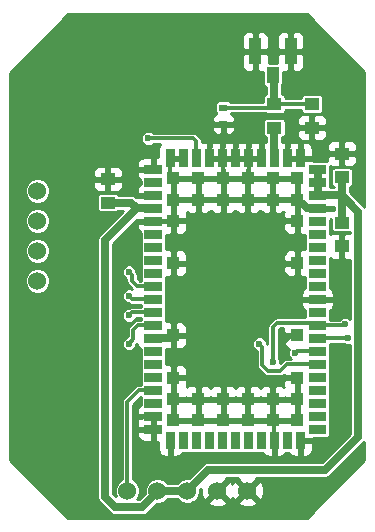
<source format=gbr>
G04 #@! TF.FileFunction,Copper,L1,Top,Signal*
%FSLAX46Y46*%
G04 Gerber Fmt 4.6, Leading zero omitted, Abs format (unit mm)*
G04 Created by KiCad (PCBNEW 4.0.6-e0-6349~53~ubuntu16.04.1) date Sun Jun 11 18:05:23 2017*
%MOMM*%
%LPD*%
G01*
G04 APERTURE LIST*
%ADD10C,0.100000*%
%ADD11R,0.700000X0.600000*%
%ADD12R,1.000000X2.200000*%
%ADD13R,1.000000X1.400000*%
%ADD14R,1.250000X1.000000*%
%ADD15R,1.100000X1.100000*%
%ADD16C,1.524000*%
%ADD17C,0.600000*%
%ADD18C,0.300000*%
%ADD19C,0.700000*%
%ADD20C,1.000000*%
%ADD21C,0.254000*%
G04 APERTURE END LIST*
D10*
D11*
X215011000Y-86679000D03*
X215011000Y-85279000D03*
D12*
X217702000Y-80518000D03*
D13*
X219202000Y-82518000D03*
D12*
X220702000Y-80518000D03*
D14*
X219329000Y-84979000D03*
X219329000Y-86979000D03*
X222504000Y-84979000D03*
X222504000Y-86979000D03*
D10*
G36*
X208326000Y-90919000D02*
X208326000Y-90119000D01*
X209826000Y-90119000D01*
X209826000Y-90919000D01*
X208326000Y-90919000D01*
X208326000Y-90919000D01*
G37*
G36*
X208326000Y-92019000D02*
X208326000Y-91219000D01*
X209826000Y-91219000D01*
X209826000Y-92019000D01*
X208326000Y-92019000D01*
X208326000Y-92019000D01*
G37*
G36*
X208326000Y-93119000D02*
X208326000Y-92319000D01*
X209826000Y-92319000D01*
X209826000Y-93119000D01*
X208326000Y-93119000D01*
X208326000Y-93119000D01*
G37*
G36*
X208326000Y-94219000D02*
X208326000Y-93419000D01*
X209826000Y-93419000D01*
X209826000Y-94219000D01*
X208326000Y-94219000D01*
X208326000Y-94219000D01*
G37*
G36*
X208326000Y-95319000D02*
X208326000Y-94519000D01*
X209826000Y-94519000D01*
X209826000Y-95319000D01*
X208326000Y-95319000D01*
X208326000Y-95319000D01*
G37*
G36*
X208326000Y-96419000D02*
X208326000Y-95619000D01*
X209826000Y-95619000D01*
X209826000Y-96419000D01*
X208326000Y-96419000D01*
X208326000Y-96419000D01*
G37*
G36*
X208326000Y-97519000D02*
X208326000Y-96719000D01*
X209826000Y-96719000D01*
X209826000Y-97519000D01*
X208326000Y-97519000D01*
X208326000Y-97519000D01*
G37*
G36*
X208326000Y-98619000D02*
X208326000Y-97819000D01*
X209826000Y-97819000D01*
X209826000Y-98619000D01*
X208326000Y-98619000D01*
X208326000Y-98619000D01*
G37*
G36*
X208326000Y-99719000D02*
X208326000Y-98919000D01*
X209826000Y-98919000D01*
X209826000Y-99719000D01*
X208326000Y-99719000D01*
X208326000Y-99719000D01*
G37*
G36*
X208326000Y-100819000D02*
X208326000Y-100019000D01*
X209826000Y-100019000D01*
X209826000Y-100819000D01*
X208326000Y-100819000D01*
X208326000Y-100819000D01*
G37*
G36*
X208326000Y-101919000D02*
X208326000Y-101119000D01*
X209826000Y-101119000D01*
X209826000Y-101919000D01*
X208326000Y-101919000D01*
X208326000Y-101919000D01*
G37*
G36*
X208326000Y-103019000D02*
X208326000Y-102219000D01*
X209826000Y-102219000D01*
X209826000Y-103019000D01*
X208326000Y-103019000D01*
X208326000Y-103019000D01*
G37*
G36*
X208326000Y-104119000D02*
X208326000Y-103319000D01*
X209826000Y-103319000D01*
X209826000Y-104119000D01*
X208326000Y-104119000D01*
X208326000Y-104119000D01*
G37*
G36*
X208326000Y-105219000D02*
X208326000Y-104419000D01*
X209826000Y-104419000D01*
X209826000Y-105219000D01*
X208326000Y-105219000D01*
X208326000Y-105219000D01*
G37*
G36*
X208326000Y-106319000D02*
X208326000Y-105519000D01*
X209826000Y-105519000D01*
X209826000Y-106319000D01*
X208326000Y-106319000D01*
X208326000Y-106319000D01*
G37*
G36*
X208326000Y-107419000D02*
X208326000Y-106619000D01*
X209826000Y-106619000D01*
X209826000Y-107419000D01*
X208326000Y-107419000D01*
X208326000Y-107419000D01*
G37*
G36*
X208326000Y-108519000D02*
X208326000Y-107719000D01*
X209826000Y-107719000D01*
X209826000Y-108519000D01*
X208326000Y-108519000D01*
X208326000Y-108519000D01*
G37*
G36*
X208326000Y-109619000D02*
X208326000Y-108819000D01*
X209826000Y-108819000D01*
X209826000Y-109619000D01*
X208326000Y-109619000D01*
X208326000Y-109619000D01*
G37*
G36*
X208326000Y-110719000D02*
X208326000Y-109919000D01*
X209826000Y-109919000D01*
X209826000Y-110719000D01*
X208326000Y-110719000D01*
X208326000Y-110719000D01*
G37*
G36*
X208326000Y-111819000D02*
X208326000Y-111019000D01*
X209826000Y-111019000D01*
X209826000Y-111819000D01*
X208326000Y-111819000D01*
X208326000Y-111819000D01*
G37*
G36*
X208326000Y-112919000D02*
X208326000Y-112119000D01*
X209826000Y-112119000D01*
X209826000Y-112919000D01*
X208326000Y-112919000D01*
X208326000Y-112919000D01*
G37*
G36*
X210126000Y-114219000D02*
X210126000Y-112719000D01*
X210926000Y-112719000D01*
X210926000Y-114219000D01*
X210126000Y-114219000D01*
X210126000Y-114219000D01*
G37*
G36*
X211226000Y-114219000D02*
X211226000Y-112719000D01*
X212026000Y-112719000D01*
X212026000Y-114219000D01*
X211226000Y-114219000D01*
X211226000Y-114219000D01*
G37*
G36*
X212326000Y-114219000D02*
X212326000Y-112719000D01*
X213126000Y-112719000D01*
X213126000Y-114219000D01*
X212326000Y-114219000D01*
X212326000Y-114219000D01*
G37*
G36*
X213426000Y-114219000D02*
X213426000Y-112719000D01*
X214226000Y-112719000D01*
X214226000Y-114219000D01*
X213426000Y-114219000D01*
X213426000Y-114219000D01*
G37*
G36*
X214526000Y-114219000D02*
X214526000Y-112719000D01*
X215326000Y-112719000D01*
X215326000Y-114219000D01*
X214526000Y-114219000D01*
X214526000Y-114219000D01*
G37*
G36*
X215626000Y-114219000D02*
X215626000Y-112719000D01*
X216426000Y-112719000D01*
X216426000Y-114219000D01*
X215626000Y-114219000D01*
X215626000Y-114219000D01*
G37*
G36*
X216726000Y-114219000D02*
X216726000Y-112719000D01*
X217526000Y-112719000D01*
X217526000Y-114219000D01*
X216726000Y-114219000D01*
X216726000Y-114219000D01*
G37*
G36*
X217826000Y-114219000D02*
X217826000Y-112719000D01*
X218626000Y-112719000D01*
X218626000Y-114219000D01*
X217826000Y-114219000D01*
X217826000Y-114219000D01*
G37*
G36*
X218926000Y-114219000D02*
X218926000Y-112719000D01*
X219726000Y-112719000D01*
X219726000Y-114219000D01*
X218926000Y-114219000D01*
X218926000Y-114219000D01*
G37*
G36*
X220026000Y-114219000D02*
X220026000Y-112719000D01*
X220826000Y-112719000D01*
X220826000Y-114219000D01*
X220026000Y-114219000D01*
X220026000Y-114219000D01*
G37*
G36*
X221126000Y-114219000D02*
X221126000Y-112719000D01*
X221926000Y-112719000D01*
X221926000Y-114219000D01*
X221126000Y-114219000D01*
X221126000Y-114219000D01*
G37*
G36*
X222226000Y-112919000D02*
X222226000Y-112119000D01*
X223726000Y-112119000D01*
X223726000Y-112919000D01*
X222226000Y-112919000D01*
X222226000Y-112919000D01*
G37*
G36*
X222226000Y-111819000D02*
X222226000Y-111019000D01*
X223726000Y-111019000D01*
X223726000Y-111819000D01*
X222226000Y-111819000D01*
X222226000Y-111819000D01*
G37*
G36*
X222226000Y-110719000D02*
X222226000Y-109919000D01*
X223726000Y-109919000D01*
X223726000Y-110719000D01*
X222226000Y-110719000D01*
X222226000Y-110719000D01*
G37*
G36*
X222226000Y-109619000D02*
X222226000Y-108819000D01*
X223726000Y-108819000D01*
X223726000Y-109619000D01*
X222226000Y-109619000D01*
X222226000Y-109619000D01*
G37*
G36*
X222226000Y-108519000D02*
X222226000Y-107719000D01*
X223726000Y-107719000D01*
X223726000Y-108519000D01*
X222226000Y-108519000D01*
X222226000Y-108519000D01*
G37*
G36*
X222226000Y-107419000D02*
X222226000Y-106619000D01*
X223726000Y-106619000D01*
X223726000Y-107419000D01*
X222226000Y-107419000D01*
X222226000Y-107419000D01*
G37*
G36*
X222226000Y-106319000D02*
X222226000Y-105519000D01*
X223726000Y-105519000D01*
X223726000Y-106319000D01*
X222226000Y-106319000D01*
X222226000Y-106319000D01*
G37*
G36*
X222226000Y-105219000D02*
X222226000Y-104419000D01*
X223726000Y-104419000D01*
X223726000Y-105219000D01*
X222226000Y-105219000D01*
X222226000Y-105219000D01*
G37*
G36*
X222226000Y-104119000D02*
X222226000Y-103319000D01*
X223726000Y-103319000D01*
X223726000Y-104119000D01*
X222226000Y-104119000D01*
X222226000Y-104119000D01*
G37*
G36*
X222226000Y-103019000D02*
X222226000Y-102219000D01*
X223726000Y-102219000D01*
X223726000Y-103019000D01*
X222226000Y-103019000D01*
X222226000Y-103019000D01*
G37*
G36*
X222226000Y-101919000D02*
X222226000Y-101119000D01*
X223726000Y-101119000D01*
X223726000Y-101919000D01*
X222226000Y-101919000D01*
X222226000Y-101919000D01*
G37*
G36*
X222226000Y-100819000D02*
X222226000Y-100019000D01*
X223726000Y-100019000D01*
X223726000Y-100819000D01*
X222226000Y-100819000D01*
X222226000Y-100819000D01*
G37*
G36*
X222226000Y-99719000D02*
X222226000Y-98919000D01*
X223726000Y-98919000D01*
X223726000Y-99719000D01*
X222226000Y-99719000D01*
X222226000Y-99719000D01*
G37*
G36*
X222226000Y-98619000D02*
X222226000Y-97819000D01*
X223726000Y-97819000D01*
X223726000Y-98619000D01*
X222226000Y-98619000D01*
X222226000Y-98619000D01*
G37*
G36*
X222226000Y-97519000D02*
X222226000Y-96719000D01*
X223726000Y-96719000D01*
X223726000Y-97519000D01*
X222226000Y-97519000D01*
X222226000Y-97519000D01*
G37*
G36*
X222226000Y-96419000D02*
X222226000Y-95619000D01*
X223726000Y-95619000D01*
X223726000Y-96419000D01*
X222226000Y-96419000D01*
X222226000Y-96419000D01*
G37*
G36*
X222226000Y-95319000D02*
X222226000Y-94519000D01*
X223726000Y-94519000D01*
X223726000Y-95319000D01*
X222226000Y-95319000D01*
X222226000Y-95319000D01*
G37*
G36*
X222226000Y-94219000D02*
X222226000Y-93419000D01*
X223726000Y-93419000D01*
X223726000Y-94219000D01*
X222226000Y-94219000D01*
X222226000Y-94219000D01*
G37*
G36*
X222226000Y-93119000D02*
X222226000Y-92319000D01*
X223726000Y-92319000D01*
X223726000Y-93119000D01*
X222226000Y-93119000D01*
X222226000Y-93119000D01*
G37*
G36*
X222226000Y-92019000D02*
X222226000Y-91219000D01*
X223726000Y-91219000D01*
X223726000Y-92019000D01*
X222226000Y-92019000D01*
X222226000Y-92019000D01*
G37*
G36*
X222226000Y-90919000D02*
X222226000Y-90119000D01*
X223726000Y-90119000D01*
X223726000Y-90919000D01*
X222226000Y-90919000D01*
X222226000Y-90919000D01*
G37*
G36*
X221126000Y-90319000D02*
X221126000Y-88819000D01*
X221926000Y-88819000D01*
X221926000Y-90319000D01*
X221126000Y-90319000D01*
X221126000Y-90319000D01*
G37*
G36*
X220026000Y-90319000D02*
X220026000Y-88819000D01*
X220826000Y-88819000D01*
X220826000Y-90319000D01*
X220026000Y-90319000D01*
X220026000Y-90319000D01*
G37*
G36*
X218926000Y-90319000D02*
X218926000Y-88819000D01*
X219726000Y-88819000D01*
X219726000Y-90319000D01*
X218926000Y-90319000D01*
X218926000Y-90319000D01*
G37*
G36*
X217826000Y-90319000D02*
X217826000Y-88819000D01*
X218626000Y-88819000D01*
X218626000Y-90319000D01*
X217826000Y-90319000D01*
X217826000Y-90319000D01*
G37*
G36*
X216726000Y-90319000D02*
X216726000Y-88819000D01*
X217526000Y-88819000D01*
X217526000Y-90319000D01*
X216726000Y-90319000D01*
X216726000Y-90319000D01*
G37*
G36*
X215626000Y-90319000D02*
X215626000Y-88819000D01*
X216426000Y-88819000D01*
X216426000Y-90319000D01*
X215626000Y-90319000D01*
X215626000Y-90319000D01*
G37*
G36*
X214526000Y-90319000D02*
X214526000Y-88819000D01*
X215326000Y-88819000D01*
X215326000Y-90319000D01*
X214526000Y-90319000D01*
X214526000Y-90319000D01*
G37*
G36*
X213426000Y-90319000D02*
X213426000Y-88819000D01*
X214226000Y-88819000D01*
X214226000Y-90319000D01*
X213426000Y-90319000D01*
X213426000Y-90319000D01*
G37*
G36*
X212326000Y-90319000D02*
X212326000Y-88819000D01*
X213126000Y-88819000D01*
X213126000Y-90319000D01*
X212326000Y-90319000D01*
X212326000Y-90319000D01*
G37*
G36*
X211226000Y-90319000D02*
X211226000Y-88819000D01*
X212026000Y-88819000D01*
X212026000Y-90319000D01*
X211226000Y-90319000D01*
X211226000Y-90319000D01*
G37*
G36*
X210126000Y-90319000D02*
X210126000Y-88819000D01*
X210926000Y-88819000D01*
X210926000Y-90319000D01*
X210126000Y-90319000D01*
X210126000Y-90319000D01*
G37*
D15*
X210776000Y-91269000D03*
X210776000Y-93069000D03*
X212876000Y-91269000D03*
X214976000Y-91269000D03*
X217076000Y-91269000D03*
X219176000Y-91269000D03*
X221276000Y-91269000D03*
X212876000Y-93069000D03*
X214976000Y-93069000D03*
X217076000Y-93069000D03*
X219176000Y-93069000D03*
X221276000Y-93069000D03*
X210776000Y-94869000D03*
X221276000Y-94869000D03*
X210776000Y-98469000D03*
X221276000Y-98469000D03*
X210776000Y-111769000D03*
X212876000Y-111769000D03*
X214976000Y-111769000D03*
X217076000Y-111769000D03*
X219176000Y-111769000D03*
X221276000Y-111769000D03*
X221276000Y-109969000D03*
X219176000Y-109969000D03*
X217076000Y-109969000D03*
X214976000Y-109969000D03*
X212876000Y-109969000D03*
X210776000Y-109969000D03*
X210776000Y-108169000D03*
X221276000Y-108169000D03*
X210776000Y-104569000D03*
X221276000Y-104569000D03*
D16*
X199263000Y-92329000D03*
X199263000Y-94869000D03*
X199263000Y-97409000D03*
X199263000Y-99949000D03*
X206883000Y-117729000D03*
X209423000Y-117729000D03*
X211963000Y-117729000D03*
X214503000Y-117729000D03*
X217043000Y-117729000D03*
D14*
X205232000Y-93329000D03*
X205232000Y-91329000D03*
X225044000Y-91170000D03*
X225044000Y-89170000D03*
X225044000Y-95012000D03*
X225044000Y-97012000D03*
D17*
X208661000Y-87884000D03*
X220091000Y-105283000D03*
X219964000Y-108331000D03*
X207010000Y-101219000D03*
X207010000Y-105283000D03*
X207010000Y-99187000D03*
X207010000Y-102870000D03*
X218059000Y-105283000D03*
X221107000Y-106045000D03*
X225552000Y-104775000D03*
X225298000Y-103632000D03*
X219202000Y-106807000D03*
D18*
X212725000Y-88138000D02*
X212725000Y-89568000D01*
X212471000Y-87884000D02*
X212725000Y-88138000D01*
X211328000Y-87884000D02*
X212471000Y-87884000D01*
X208661000Y-87884000D02*
X211328000Y-87884000D01*
X212725000Y-89568000D02*
X212726000Y-89569000D01*
D19*
X219329000Y-84979000D02*
X219329000Y-82645000D01*
X219329000Y-82645000D02*
X219202000Y-82518000D01*
D18*
X219329000Y-84979000D02*
X222504000Y-84979000D01*
X215011000Y-85279000D02*
X219029000Y-85279000D01*
X219029000Y-85279000D02*
X219329000Y-84979000D01*
D19*
X219326000Y-89569000D02*
X219326000Y-86982000D01*
X219326000Y-86982000D02*
X219329000Y-86979000D01*
D20*
X219326000Y-86982000D02*
X219329000Y-86979000D01*
D18*
X206883000Y-117729000D02*
X206883000Y-110236000D01*
X207900000Y-109219000D02*
X209076000Y-109219000D01*
X206883000Y-110236000D02*
X207900000Y-109219000D01*
D19*
X209423000Y-117729000D02*
X209423000Y-117856000D01*
X209423000Y-117856000D02*
X208153000Y-119126000D01*
X208153000Y-119126000D02*
X205867000Y-119126000D01*
X205867000Y-119126000D02*
X204978000Y-118237000D01*
X204978000Y-118237000D02*
X204978000Y-96520000D01*
X204978000Y-96520000D02*
X207679000Y-93819000D01*
X211963000Y-117729000D02*
X209423000Y-117729000D01*
X205232000Y-93329000D02*
X207189000Y-93329000D01*
X207189000Y-93329000D02*
X207679000Y-93819000D01*
X207679000Y-93819000D02*
X209076000Y-93819000D01*
X225044000Y-92837000D02*
X225044000Y-91170000D01*
X225044000Y-95012000D02*
X225044000Y-92837000D01*
X225044000Y-92837000D02*
X225044000Y-92719000D01*
X225044000Y-92719000D02*
X225053000Y-92719000D01*
X222976000Y-92719000D02*
X225053000Y-92719000D01*
X213741000Y-115951000D02*
X211963000Y-117729000D01*
X223647000Y-115951000D02*
X213741000Y-115951000D01*
X226441000Y-113157000D02*
X223647000Y-115951000D01*
X226441000Y-94107000D02*
X226441000Y-113157000D01*
X225053000Y-92719000D02*
X226441000Y-94107000D01*
X222976000Y-91619000D02*
X222976000Y-92719000D01*
X222976000Y-91619000D02*
X222976000Y-90519000D01*
D18*
X209423000Y-117856000D02*
X208153000Y-119126000D01*
X208153000Y-119126000D02*
X205867000Y-119126000D01*
X205867000Y-119126000D02*
X204978000Y-118237000D01*
X204978000Y-118237000D02*
X204978000Y-96520000D01*
X204978000Y-96520000D02*
X207679000Y-93819000D01*
X207679000Y-93819000D02*
X209076000Y-93819000D01*
D19*
X221276000Y-93069000D02*
X221339000Y-93069000D01*
X221339000Y-93069000D02*
X222089000Y-93819000D01*
X222089000Y-93819000D02*
X222976000Y-93819000D01*
D18*
X219326000Y-113469000D02*
X219326000Y-111919000D01*
X219326000Y-111919000D02*
X219176000Y-111769000D01*
X210526000Y-89569000D02*
X211626000Y-89569000D01*
X210526000Y-89569000D02*
X210526000Y-91019000D01*
X210526000Y-91019000D02*
X210776000Y-91269000D01*
X221276000Y-104569000D02*
X220805000Y-104569000D01*
X220805000Y-104569000D02*
X220091000Y-105283000D01*
X219964000Y-108331000D02*
X220126000Y-108169000D01*
X220126000Y-108169000D02*
X221276000Y-108169000D01*
D19*
X209076000Y-104819000D02*
X210526000Y-104819000D01*
X210526000Y-104819000D02*
X210776000Y-104569000D01*
D18*
X215011000Y-86679000D02*
X215011000Y-89484000D01*
X215011000Y-89484000D02*
X214926000Y-89569000D01*
X207310000Y-101519000D02*
X209076000Y-101519000D01*
X207010000Y-101219000D02*
X207310000Y-101519000D01*
X207010000Y-105283000D02*
X207391000Y-104902000D01*
X207391000Y-104902000D02*
X207391000Y-104140000D01*
X207391000Y-104140000D02*
X207812000Y-103719000D01*
X207812000Y-103719000D02*
X209076000Y-103719000D01*
X207010000Y-99187000D02*
X207264000Y-99441000D01*
X207264000Y-99441000D02*
X207264000Y-99949000D01*
X207264000Y-99949000D02*
X207734000Y-100419000D01*
X207734000Y-100419000D02*
X209076000Y-100419000D01*
X207010000Y-102870000D02*
X207261000Y-102619000D01*
X207261000Y-102619000D02*
X209076000Y-102619000D01*
X220387000Y-107019000D02*
X222976000Y-107019000D01*
X219837000Y-107569000D02*
X220387000Y-107019000D01*
X218821000Y-107569000D02*
X219837000Y-107569000D01*
X218313000Y-107061000D02*
X218821000Y-107569000D01*
X218313000Y-105537000D02*
X218313000Y-107061000D01*
X218059000Y-105283000D02*
X218313000Y-105537000D01*
X221107000Y-106045000D02*
X221233000Y-105919000D01*
X221233000Y-105919000D02*
X222976000Y-105919000D01*
X225508000Y-104819000D02*
X222976000Y-104819000D01*
X225552000Y-104775000D02*
X225508000Y-104819000D01*
X223059000Y-104902000D02*
X222976000Y-104819000D01*
X225211000Y-103719000D02*
X222976000Y-103719000D01*
X225298000Y-103632000D02*
X225211000Y-103719000D01*
X219583000Y-103505000D02*
X222762000Y-103505000D01*
X219202000Y-103886000D02*
X219583000Y-103505000D01*
X219202000Y-106807000D02*
X219202000Y-103886000D01*
X222762000Y-103505000D02*
X222976000Y-103719000D01*
D21*
G36*
X226949000Y-82229514D02*
X226949000Y-93672122D01*
X226919711Y-93628288D01*
X225721000Y-92429578D01*
X225721000Y-91993622D01*
X225790179Y-91980605D01*
X225901474Y-91908988D01*
X225976138Y-91799714D01*
X226002406Y-91670000D01*
X226002406Y-90670000D01*
X225979605Y-90548821D01*
X225907988Y-90437526D01*
X225798714Y-90362862D01*
X225669000Y-90336594D01*
X224419000Y-90336594D01*
X224297821Y-90359395D01*
X224186526Y-90431012D01*
X224111862Y-90540286D01*
X224085594Y-90670000D01*
X224085594Y-91670000D01*
X224108395Y-91791179D01*
X224180012Y-91902474D01*
X224289286Y-91977138D01*
X224367000Y-91992876D01*
X224367000Y-92042000D01*
X224054748Y-92042000D01*
X224059406Y-92019000D01*
X224059406Y-91219000D01*
X224036605Y-91097821D01*
X224018650Y-91069918D01*
X224033138Y-91048714D01*
X224059406Y-90919000D01*
X224059406Y-90208370D01*
X224292690Y-90305000D01*
X224758250Y-90305000D01*
X224917000Y-90146250D01*
X224917000Y-89297000D01*
X225171000Y-89297000D01*
X225171000Y-90146250D01*
X225329750Y-90305000D01*
X225795310Y-90305000D01*
X226028699Y-90208327D01*
X226207327Y-90029698D01*
X226304000Y-89796309D01*
X226304000Y-89455750D01*
X226145250Y-89297000D01*
X225171000Y-89297000D01*
X224917000Y-89297000D01*
X223942750Y-89297000D01*
X223784000Y-89455750D01*
X223784000Y-89796309D01*
X223784466Y-89797434D01*
X223726000Y-89785594D01*
X222573440Y-89785594D01*
X222573440Y-89696000D01*
X221653000Y-89696000D01*
X221653000Y-89716000D01*
X221473440Y-89716000D01*
X221473440Y-89696000D01*
X220478560Y-89696000D01*
X220478560Y-89716000D01*
X220299000Y-89716000D01*
X220299000Y-89696000D01*
X220279000Y-89696000D01*
X220279000Y-89442000D01*
X220299000Y-89442000D01*
X220299000Y-88819000D01*
X220478560Y-88819000D01*
X220478560Y-89442000D01*
X221473440Y-89442000D01*
X221473440Y-88819000D01*
X221429162Y-88583683D01*
X221399000Y-88536810D01*
X221399000Y-88171560D01*
X221653000Y-88171560D01*
X221653000Y-89442000D01*
X222573440Y-89442000D01*
X222573440Y-88819000D01*
X222529162Y-88583683D01*
X222503428Y-88543691D01*
X223784000Y-88543691D01*
X223784000Y-88884250D01*
X223942750Y-89043000D01*
X224917000Y-89043000D01*
X224917000Y-88193750D01*
X225171000Y-88193750D01*
X225171000Y-89043000D01*
X226145250Y-89043000D01*
X226304000Y-88884250D01*
X226304000Y-88543691D01*
X226207327Y-88310302D01*
X226028699Y-88131673D01*
X225795310Y-88035000D01*
X225329750Y-88035000D01*
X225171000Y-88193750D01*
X224917000Y-88193750D01*
X224758250Y-88035000D01*
X224292690Y-88035000D01*
X224059301Y-88131673D01*
X223880673Y-88310302D01*
X223784000Y-88543691D01*
X222503428Y-88543691D01*
X222390090Y-88367559D01*
X222177890Y-88222569D01*
X221926000Y-88171560D01*
X221653000Y-88171560D01*
X221399000Y-88171560D01*
X221126000Y-88171560D01*
X220970493Y-88200821D01*
X220826000Y-88171560D01*
X220553000Y-88171560D01*
X220553000Y-88532818D01*
X220529569Y-88567110D01*
X220478560Y-88819000D01*
X220299000Y-88819000D01*
X220299000Y-88171560D01*
X220026000Y-88171560D01*
X220003000Y-88175888D01*
X220003000Y-87803186D01*
X220075179Y-87789605D01*
X220186474Y-87717988D01*
X220261138Y-87608714D01*
X220287406Y-87479000D01*
X220287406Y-87264750D01*
X221244000Y-87264750D01*
X221244000Y-87605309D01*
X221340673Y-87838698D01*
X221519301Y-88017327D01*
X221752690Y-88114000D01*
X222218250Y-88114000D01*
X222377000Y-87955250D01*
X222377000Y-87106000D01*
X222631000Y-87106000D01*
X222631000Y-87955250D01*
X222789750Y-88114000D01*
X223255310Y-88114000D01*
X223488699Y-88017327D01*
X223667327Y-87838698D01*
X223764000Y-87605309D01*
X223764000Y-87264750D01*
X223605250Y-87106000D01*
X222631000Y-87106000D01*
X222377000Y-87106000D01*
X221402750Y-87106000D01*
X221244000Y-87264750D01*
X220287406Y-87264750D01*
X220287406Y-86479000D01*
X220264605Y-86357821D01*
X220261304Y-86352691D01*
X221244000Y-86352691D01*
X221244000Y-86693250D01*
X221402750Y-86852000D01*
X222377000Y-86852000D01*
X222377000Y-86002750D01*
X222631000Y-86002750D01*
X222631000Y-86852000D01*
X223605250Y-86852000D01*
X223764000Y-86693250D01*
X223764000Y-86352691D01*
X223667327Y-86119302D01*
X223488699Y-85940673D01*
X223255310Y-85844000D01*
X222789750Y-85844000D01*
X222631000Y-86002750D01*
X222377000Y-86002750D01*
X222218250Y-85844000D01*
X221752690Y-85844000D01*
X221519301Y-85940673D01*
X221340673Y-86119302D01*
X221244000Y-86352691D01*
X220261304Y-86352691D01*
X220192988Y-86246526D01*
X220083714Y-86171862D01*
X219954000Y-86145594D01*
X218704000Y-86145594D01*
X218582821Y-86168395D01*
X218471526Y-86240012D01*
X218396862Y-86349286D01*
X218370594Y-86479000D01*
X218370594Y-87479000D01*
X218393395Y-87600179D01*
X218465012Y-87711474D01*
X218574286Y-87786138D01*
X218649000Y-87801268D01*
X218649000Y-88176218D01*
X218626000Y-88171560D01*
X218353000Y-88171560D01*
X218353000Y-89442000D01*
X218373000Y-89442000D01*
X218373000Y-89696000D01*
X218353000Y-89696000D01*
X218353000Y-89716000D01*
X218173440Y-89716000D01*
X218173440Y-89696000D01*
X217178560Y-89696000D01*
X217178560Y-90319000D01*
X217203000Y-90448887D01*
X217203000Y-91142000D01*
X218102250Y-91142000D01*
X218126000Y-91118250D01*
X218149750Y-91142000D01*
X219049000Y-91142000D01*
X219049000Y-91122000D01*
X219303000Y-91122000D01*
X219303000Y-91142000D01*
X220202250Y-91142000D01*
X220226000Y-91118250D01*
X220249750Y-91142000D01*
X221149000Y-91142000D01*
X221149000Y-91122000D01*
X221403000Y-91122000D01*
X221403000Y-91142000D01*
X221423000Y-91142000D01*
X221423000Y-91396000D01*
X221403000Y-91396000D01*
X221403000Y-92942000D01*
X221423000Y-92942000D01*
X221423000Y-93196000D01*
X221403000Y-93196000D01*
X221403000Y-94742000D01*
X221423000Y-94742000D01*
X221423000Y-94996000D01*
X221403000Y-94996000D01*
X221403000Y-95895250D01*
X221561750Y-96054000D01*
X221892594Y-96054000D01*
X221892594Y-96419000D01*
X221915395Y-96540179D01*
X221933350Y-96568082D01*
X221918862Y-96589286D01*
X221892594Y-96719000D01*
X221892594Y-97284000D01*
X221561750Y-97284000D01*
X221403000Y-97442750D01*
X221403000Y-98342000D01*
X221423000Y-98342000D01*
X221423000Y-98596000D01*
X221403000Y-98596000D01*
X221403000Y-99495250D01*
X221561750Y-99654000D01*
X221892594Y-99654000D01*
X221892594Y-99719000D01*
X221915395Y-99840179D01*
X221933350Y-99868082D01*
X221918862Y-99889286D01*
X221892594Y-100019000D01*
X221892594Y-100578957D01*
X221774559Y-100654910D01*
X221629569Y-100867110D01*
X221578560Y-101119000D01*
X221578560Y-101392000D01*
X222849000Y-101392000D01*
X222849000Y-101372000D01*
X223103000Y-101372000D01*
X223103000Y-101392000D01*
X224373440Y-101392000D01*
X224373440Y-101119000D01*
X224329162Y-100883683D01*
X224190090Y-100667559D01*
X224059406Y-100578266D01*
X224059406Y-100019000D01*
X224036605Y-99897821D01*
X224018650Y-99869918D01*
X224033138Y-99848714D01*
X224059406Y-99719000D01*
X224059406Y-98919000D01*
X224036605Y-98797821D01*
X224018650Y-98769918D01*
X224033138Y-98748714D01*
X224059406Y-98619000D01*
X224059406Y-98050370D01*
X224292690Y-98147000D01*
X224758250Y-98147000D01*
X224917000Y-97988250D01*
X224917000Y-97139000D01*
X224897000Y-97139000D01*
X224897000Y-96885000D01*
X224917000Y-96885000D01*
X224917000Y-96035750D01*
X224758250Y-95877000D01*
X224292690Y-95877000D01*
X224059406Y-95973630D01*
X224059406Y-95619000D01*
X224036605Y-95497821D01*
X224018650Y-95469918D01*
X224033138Y-95448714D01*
X224059406Y-95319000D01*
X224059406Y-94759043D01*
X224085594Y-94742192D01*
X224085594Y-95512000D01*
X224108395Y-95633179D01*
X224180012Y-95744474D01*
X224289286Y-95819138D01*
X224419000Y-95845406D01*
X225669000Y-95845406D01*
X225764000Y-95827531D01*
X225764000Y-95877000D01*
X225329750Y-95877000D01*
X225171000Y-96035750D01*
X225171000Y-96885000D01*
X225191000Y-96885000D01*
X225191000Y-97139000D01*
X225171000Y-97139000D01*
X225171000Y-97988250D01*
X225329750Y-98147000D01*
X225764000Y-98147000D01*
X225764000Y-103211327D01*
X225653631Y-103100765D01*
X225423265Y-103005109D01*
X225173829Y-103004891D01*
X224943297Y-103100145D01*
X224801194Y-103242000D01*
X224044918Y-103242000D01*
X224036605Y-103197821D01*
X224018650Y-103169918D01*
X224033138Y-103148714D01*
X224059406Y-103019000D01*
X224059406Y-102459043D01*
X224177441Y-102383090D01*
X224322431Y-102170890D01*
X224373440Y-101919000D01*
X224373440Y-101646000D01*
X223103000Y-101646000D01*
X223103000Y-101666000D01*
X222849000Y-101666000D01*
X222849000Y-101646000D01*
X221578560Y-101646000D01*
X221578560Y-101919000D01*
X221622838Y-102154317D01*
X221761910Y-102370441D01*
X221892594Y-102459734D01*
X221892594Y-103019000D01*
X221894287Y-103028000D01*
X219583000Y-103028000D01*
X219400459Y-103064309D01*
X219245710Y-103167710D01*
X218864710Y-103548710D01*
X218761309Y-103703460D01*
X218725000Y-103886000D01*
X218725000Y-105311521D01*
X218686027Y-105253193D01*
X218686109Y-105158829D01*
X218590855Y-104928297D01*
X218414631Y-104751765D01*
X218184265Y-104656109D01*
X217934829Y-104655891D01*
X217704297Y-104751145D01*
X217527765Y-104927369D01*
X217432109Y-105157735D01*
X217431891Y-105407171D01*
X217527145Y-105637703D01*
X217703369Y-105814235D01*
X217836000Y-105869308D01*
X217836000Y-107061000D01*
X217872309Y-107243540D01*
X217975710Y-107398290D01*
X218483710Y-107906290D01*
X218638459Y-108009691D01*
X218821000Y-108046000D01*
X219837000Y-108046000D01*
X220019540Y-108009691D01*
X220138173Y-107930423D01*
X220249750Y-108042000D01*
X221149000Y-108042000D01*
X221149000Y-108022000D01*
X221403000Y-108022000D01*
X221403000Y-108042000D01*
X221423000Y-108042000D01*
X221423000Y-108296000D01*
X221403000Y-108296000D01*
X221403000Y-109842000D01*
X221423000Y-109842000D01*
X221423000Y-110096000D01*
X221403000Y-110096000D01*
X221403000Y-111642000D01*
X221423000Y-111642000D01*
X221423000Y-111896000D01*
X221403000Y-111896000D01*
X221403000Y-111916000D01*
X221149000Y-111916000D01*
X221149000Y-111896000D01*
X220249750Y-111896000D01*
X220226000Y-111919750D01*
X220202250Y-111896000D01*
X219303000Y-111896000D01*
X219303000Y-111916000D01*
X219049000Y-111916000D01*
X219049000Y-111896000D01*
X218149750Y-111896000D01*
X218126000Y-111919750D01*
X218102250Y-111896000D01*
X217203000Y-111896000D01*
X217203000Y-111916000D01*
X216949000Y-111916000D01*
X216949000Y-111896000D01*
X216049750Y-111896000D01*
X216026000Y-111919750D01*
X216002250Y-111896000D01*
X215103000Y-111896000D01*
X215103000Y-111916000D01*
X214849000Y-111916000D01*
X214849000Y-111896000D01*
X213949750Y-111896000D01*
X213926000Y-111919750D01*
X213902250Y-111896000D01*
X213003000Y-111896000D01*
X213003000Y-111916000D01*
X212749000Y-111916000D01*
X212749000Y-111896000D01*
X211849750Y-111896000D01*
X211826000Y-111919750D01*
X211802250Y-111896000D01*
X210903000Y-111896000D01*
X210903000Y-111916000D01*
X210649000Y-111916000D01*
X210649000Y-111896000D01*
X210629000Y-111896000D01*
X210629000Y-111642000D01*
X210649000Y-111642000D01*
X210649000Y-110096000D01*
X210903000Y-110096000D01*
X210903000Y-111642000D01*
X211802250Y-111642000D01*
X211826000Y-111618250D01*
X211849750Y-111642000D01*
X212749000Y-111642000D01*
X212749000Y-110096000D01*
X213003000Y-110096000D01*
X213003000Y-111642000D01*
X213902250Y-111642000D01*
X213926000Y-111618250D01*
X213949750Y-111642000D01*
X214849000Y-111642000D01*
X214849000Y-110096000D01*
X215103000Y-110096000D01*
X215103000Y-111642000D01*
X216002250Y-111642000D01*
X216026000Y-111618250D01*
X216049750Y-111642000D01*
X216949000Y-111642000D01*
X216949000Y-110096000D01*
X217203000Y-110096000D01*
X217203000Y-111642000D01*
X218102250Y-111642000D01*
X218126000Y-111618250D01*
X218149750Y-111642000D01*
X219049000Y-111642000D01*
X219049000Y-110096000D01*
X219303000Y-110096000D01*
X219303000Y-111642000D01*
X220202250Y-111642000D01*
X220226000Y-111618250D01*
X220249750Y-111642000D01*
X221149000Y-111642000D01*
X221149000Y-110096000D01*
X220249750Y-110096000D01*
X220226000Y-110119750D01*
X220202250Y-110096000D01*
X219303000Y-110096000D01*
X219049000Y-110096000D01*
X218149750Y-110096000D01*
X218126000Y-110119750D01*
X218102250Y-110096000D01*
X217203000Y-110096000D01*
X216949000Y-110096000D01*
X216049750Y-110096000D01*
X216026000Y-110119750D01*
X216002250Y-110096000D01*
X215103000Y-110096000D01*
X214849000Y-110096000D01*
X213949750Y-110096000D01*
X213926000Y-110119750D01*
X213902250Y-110096000D01*
X213003000Y-110096000D01*
X212749000Y-110096000D01*
X211849750Y-110096000D01*
X211826000Y-110119750D01*
X211802250Y-110096000D01*
X210903000Y-110096000D01*
X210649000Y-110096000D01*
X210629000Y-110096000D01*
X210629000Y-109842000D01*
X210649000Y-109842000D01*
X210649000Y-108296000D01*
X210903000Y-108296000D01*
X210903000Y-109842000D01*
X211802250Y-109842000D01*
X211826000Y-109818250D01*
X211849750Y-109842000D01*
X212749000Y-109842000D01*
X212749000Y-108942750D01*
X213003000Y-108942750D01*
X213003000Y-109842000D01*
X213902250Y-109842000D01*
X213926000Y-109818250D01*
X213949750Y-109842000D01*
X214849000Y-109842000D01*
X214849000Y-108942750D01*
X215103000Y-108942750D01*
X215103000Y-109842000D01*
X216002250Y-109842000D01*
X216026000Y-109818250D01*
X216049750Y-109842000D01*
X216949000Y-109842000D01*
X216949000Y-108942750D01*
X217203000Y-108942750D01*
X217203000Y-109842000D01*
X218102250Y-109842000D01*
X218126000Y-109818250D01*
X218149750Y-109842000D01*
X219049000Y-109842000D01*
X219049000Y-108942750D01*
X219303000Y-108942750D01*
X219303000Y-109842000D01*
X220202250Y-109842000D01*
X220226000Y-109818250D01*
X220249750Y-109842000D01*
X221149000Y-109842000D01*
X221149000Y-108296000D01*
X220249750Y-108296000D01*
X220091000Y-108454750D01*
X220091000Y-108845310D01*
X220119754Y-108914729D01*
X220085698Y-108880673D01*
X219852309Y-108784000D01*
X219461750Y-108784000D01*
X219303000Y-108942750D01*
X219049000Y-108942750D01*
X218890250Y-108784000D01*
X218499691Y-108784000D01*
X218266302Y-108880673D01*
X218126000Y-109020974D01*
X217985698Y-108880673D01*
X217752309Y-108784000D01*
X217361750Y-108784000D01*
X217203000Y-108942750D01*
X216949000Y-108942750D01*
X216790250Y-108784000D01*
X216399691Y-108784000D01*
X216166302Y-108880673D01*
X216026000Y-109020974D01*
X215885698Y-108880673D01*
X215652309Y-108784000D01*
X215261750Y-108784000D01*
X215103000Y-108942750D01*
X214849000Y-108942750D01*
X214690250Y-108784000D01*
X214299691Y-108784000D01*
X214066302Y-108880673D01*
X213926000Y-109020974D01*
X213785698Y-108880673D01*
X213552309Y-108784000D01*
X213161750Y-108784000D01*
X213003000Y-108942750D01*
X212749000Y-108942750D01*
X212590250Y-108784000D01*
X212199691Y-108784000D01*
X211966302Y-108880673D01*
X211932246Y-108914729D01*
X211961000Y-108845310D01*
X211961000Y-108454750D01*
X211802250Y-108296000D01*
X210903000Y-108296000D01*
X210649000Y-108296000D01*
X210629000Y-108296000D01*
X210629000Y-108042000D01*
X210649000Y-108042000D01*
X210649000Y-107142750D01*
X210903000Y-107142750D01*
X210903000Y-108042000D01*
X211802250Y-108042000D01*
X211961000Y-107883250D01*
X211961000Y-107492690D01*
X211864327Y-107259301D01*
X211685698Y-107080673D01*
X211452309Y-106984000D01*
X211061750Y-106984000D01*
X210903000Y-107142750D01*
X210649000Y-107142750D01*
X210490250Y-106984000D01*
X210159406Y-106984000D01*
X210159406Y-106619000D01*
X210136605Y-106497821D01*
X210118650Y-106469918D01*
X210133138Y-106448714D01*
X210159406Y-106319000D01*
X210159406Y-105759043D01*
X210167244Y-105754000D01*
X210490250Y-105754000D01*
X210649000Y-105595250D01*
X210649000Y-104696000D01*
X210903000Y-104696000D01*
X210903000Y-105595250D01*
X211061750Y-105754000D01*
X211452309Y-105754000D01*
X211685698Y-105657327D01*
X211864327Y-105478699D01*
X211961000Y-105245310D01*
X211961000Y-104854750D01*
X211802250Y-104696000D01*
X210903000Y-104696000D01*
X210649000Y-104696000D01*
X210629000Y-104696000D01*
X210629000Y-104442000D01*
X210649000Y-104442000D01*
X210649000Y-103542750D01*
X210903000Y-103542750D01*
X210903000Y-104442000D01*
X211802250Y-104442000D01*
X211961000Y-104283250D01*
X211961000Y-103892690D01*
X211864327Y-103659301D01*
X211685698Y-103480673D01*
X211452309Y-103384000D01*
X211061750Y-103384000D01*
X210903000Y-103542750D01*
X210649000Y-103542750D01*
X210490250Y-103384000D01*
X210159406Y-103384000D01*
X210159406Y-103319000D01*
X210136605Y-103197821D01*
X210118650Y-103169918D01*
X210133138Y-103148714D01*
X210159406Y-103019000D01*
X210159406Y-102219000D01*
X210136605Y-102097821D01*
X210118650Y-102069918D01*
X210133138Y-102048714D01*
X210159406Y-101919000D01*
X210159406Y-101119000D01*
X210136605Y-100997821D01*
X210118650Y-100969918D01*
X210133138Y-100948714D01*
X210159406Y-100819000D01*
X210159406Y-100019000D01*
X210136605Y-99897821D01*
X210118650Y-99869918D01*
X210133138Y-99848714D01*
X210159406Y-99719000D01*
X210159406Y-99654000D01*
X210490250Y-99654000D01*
X210649000Y-99495250D01*
X210649000Y-98596000D01*
X210903000Y-98596000D01*
X210903000Y-99495250D01*
X211061750Y-99654000D01*
X211452309Y-99654000D01*
X211685698Y-99557327D01*
X211864327Y-99378699D01*
X211961000Y-99145310D01*
X211961000Y-98754750D01*
X220091000Y-98754750D01*
X220091000Y-99145310D01*
X220187673Y-99378699D01*
X220366302Y-99557327D01*
X220599691Y-99654000D01*
X220990250Y-99654000D01*
X221149000Y-99495250D01*
X221149000Y-98596000D01*
X220249750Y-98596000D01*
X220091000Y-98754750D01*
X211961000Y-98754750D01*
X211802250Y-98596000D01*
X210903000Y-98596000D01*
X210649000Y-98596000D01*
X210629000Y-98596000D01*
X210629000Y-98342000D01*
X210649000Y-98342000D01*
X210649000Y-97442750D01*
X210903000Y-97442750D01*
X210903000Y-98342000D01*
X211802250Y-98342000D01*
X211961000Y-98183250D01*
X211961000Y-97792690D01*
X220091000Y-97792690D01*
X220091000Y-98183250D01*
X220249750Y-98342000D01*
X221149000Y-98342000D01*
X221149000Y-97442750D01*
X220990250Y-97284000D01*
X220599691Y-97284000D01*
X220366302Y-97380673D01*
X220187673Y-97559301D01*
X220091000Y-97792690D01*
X211961000Y-97792690D01*
X211864327Y-97559301D01*
X211685698Y-97380673D01*
X211452309Y-97284000D01*
X211061750Y-97284000D01*
X210903000Y-97442750D01*
X210649000Y-97442750D01*
X210490250Y-97284000D01*
X210159406Y-97284000D01*
X210159406Y-96719000D01*
X210136605Y-96597821D01*
X210118650Y-96569918D01*
X210133138Y-96548714D01*
X210159406Y-96419000D01*
X210159406Y-96054000D01*
X210490250Y-96054000D01*
X210649000Y-95895250D01*
X210649000Y-94996000D01*
X210903000Y-94996000D01*
X210903000Y-95895250D01*
X211061750Y-96054000D01*
X211452309Y-96054000D01*
X211685698Y-95957327D01*
X211864327Y-95778699D01*
X211961000Y-95545310D01*
X211961000Y-95154750D01*
X220091000Y-95154750D01*
X220091000Y-95545310D01*
X220187673Y-95778699D01*
X220366302Y-95957327D01*
X220599691Y-96054000D01*
X220990250Y-96054000D01*
X221149000Y-95895250D01*
X221149000Y-94996000D01*
X220249750Y-94996000D01*
X220091000Y-95154750D01*
X211961000Y-95154750D01*
X211802250Y-94996000D01*
X210903000Y-94996000D01*
X210649000Y-94996000D01*
X209749750Y-94996000D01*
X209699750Y-95046000D01*
X209203000Y-95046000D01*
X209203000Y-95066000D01*
X208949000Y-95066000D01*
X208949000Y-95046000D01*
X207678560Y-95046000D01*
X207678560Y-95319000D01*
X207722838Y-95554317D01*
X207861910Y-95770441D01*
X207992594Y-95859734D01*
X207992594Y-96419000D01*
X208015395Y-96540179D01*
X208033350Y-96568082D01*
X208018862Y-96589286D01*
X207992594Y-96719000D01*
X207992594Y-97519000D01*
X208015395Y-97640179D01*
X208033350Y-97668082D01*
X208018862Y-97689286D01*
X207992594Y-97819000D01*
X207992594Y-98619000D01*
X208015395Y-98740179D01*
X208033350Y-98768082D01*
X208018862Y-98789286D01*
X207992594Y-98919000D01*
X207992594Y-99719000D01*
X208015395Y-99840179D01*
X208033350Y-99868082D01*
X208018862Y-99889286D01*
X208008187Y-99942000D01*
X207931580Y-99942000D01*
X207741000Y-99751420D01*
X207741000Y-99441000D01*
X207704691Y-99258460D01*
X207637027Y-99157193D01*
X207637109Y-99062829D01*
X207541855Y-98832297D01*
X207365631Y-98655765D01*
X207135265Y-98560109D01*
X206885829Y-98559891D01*
X206655297Y-98655145D01*
X206478765Y-98831369D01*
X206383109Y-99061735D01*
X206382891Y-99311171D01*
X206478145Y-99541703D01*
X206654369Y-99718235D01*
X206787000Y-99773308D01*
X206787000Y-99949000D01*
X206823309Y-100131540D01*
X206926710Y-100286290D01*
X207301595Y-100661175D01*
X207135265Y-100592109D01*
X206885829Y-100591891D01*
X206655297Y-100687145D01*
X206478765Y-100863369D01*
X206383109Y-101093735D01*
X206382891Y-101343171D01*
X206478145Y-101573703D01*
X206654369Y-101750235D01*
X206884735Y-101845891D01*
X206962379Y-101845959D01*
X206972710Y-101856290D01*
X207127460Y-101959691D01*
X207310000Y-101996000D01*
X208007082Y-101996000D01*
X208015395Y-102040179D01*
X208033350Y-102068082D01*
X208018862Y-102089286D01*
X208008187Y-102142000D01*
X207261000Y-102142000D01*
X207078460Y-102178309D01*
X206981681Y-102242975D01*
X206885829Y-102242891D01*
X206655297Y-102338145D01*
X206478765Y-102514369D01*
X206383109Y-102744735D01*
X206382891Y-102994171D01*
X206478145Y-103224703D01*
X206654369Y-103401235D01*
X206884735Y-103496891D01*
X207134171Y-103497109D01*
X207364703Y-103401855D01*
X207541235Y-103225631D01*
X207595062Y-103096000D01*
X208007082Y-103096000D01*
X208015395Y-103140179D01*
X208033350Y-103168082D01*
X208018862Y-103189286D01*
X208008187Y-103242000D01*
X207812000Y-103242000D01*
X207629460Y-103278309D01*
X207474710Y-103381710D01*
X207053710Y-103802710D01*
X206950309Y-103957460D01*
X206914000Y-104140000D01*
X206914000Y-104655916D01*
X206885829Y-104655891D01*
X206655297Y-104751145D01*
X206478765Y-104927369D01*
X206383109Y-105157735D01*
X206382891Y-105407171D01*
X206478145Y-105637703D01*
X206654369Y-105814235D01*
X206884735Y-105909891D01*
X207134171Y-105910109D01*
X207364703Y-105814855D01*
X207541235Y-105638631D01*
X207636891Y-105408265D01*
X207636959Y-105330621D01*
X207689649Y-105277931D01*
X207722838Y-105454317D01*
X207861910Y-105670441D01*
X207992594Y-105759734D01*
X207992594Y-106319000D01*
X208015395Y-106440179D01*
X208033350Y-106468082D01*
X208018862Y-106489286D01*
X207992594Y-106619000D01*
X207992594Y-107419000D01*
X208015395Y-107540179D01*
X208033350Y-107568082D01*
X208018862Y-107589286D01*
X207992594Y-107719000D01*
X207992594Y-108519000D01*
X208015395Y-108640179D01*
X208033350Y-108668082D01*
X208018862Y-108689286D01*
X208008187Y-108742000D01*
X207900000Y-108742000D01*
X207717460Y-108778309D01*
X207562710Y-108881710D01*
X206545710Y-109898710D01*
X206442309Y-110053460D01*
X206406000Y-110236000D01*
X206406000Y-116747792D01*
X206266937Y-116805252D01*
X205960329Y-117111326D01*
X205794189Y-117511434D01*
X205793811Y-117944665D01*
X205899941Y-118201519D01*
X205655000Y-117956578D01*
X205655000Y-96800422D01*
X207678560Y-94776862D01*
X207678560Y-94792000D01*
X208949000Y-94792000D01*
X208949000Y-94772000D01*
X209203000Y-94772000D01*
X209203000Y-94792000D01*
X210473440Y-94792000D01*
X210473440Y-94742000D01*
X210649000Y-94742000D01*
X210649000Y-93196000D01*
X210903000Y-93196000D01*
X210903000Y-94742000D01*
X211802250Y-94742000D01*
X211961000Y-94583250D01*
X211961000Y-94192690D01*
X211932246Y-94123271D01*
X211966302Y-94157327D01*
X212199691Y-94254000D01*
X212590250Y-94254000D01*
X212749000Y-94095250D01*
X212749000Y-93196000D01*
X213003000Y-93196000D01*
X213003000Y-94095250D01*
X213161750Y-94254000D01*
X213552309Y-94254000D01*
X213785698Y-94157327D01*
X213926000Y-94017026D01*
X214066302Y-94157327D01*
X214299691Y-94254000D01*
X214690250Y-94254000D01*
X214849000Y-94095250D01*
X214849000Y-93196000D01*
X215103000Y-93196000D01*
X215103000Y-94095250D01*
X215261750Y-94254000D01*
X215652309Y-94254000D01*
X215885698Y-94157327D01*
X216026000Y-94017026D01*
X216166302Y-94157327D01*
X216399691Y-94254000D01*
X216790250Y-94254000D01*
X216949000Y-94095250D01*
X216949000Y-93196000D01*
X217203000Y-93196000D01*
X217203000Y-94095250D01*
X217361750Y-94254000D01*
X217752309Y-94254000D01*
X217985698Y-94157327D01*
X218126000Y-94017026D01*
X218266302Y-94157327D01*
X218499691Y-94254000D01*
X218890250Y-94254000D01*
X219049000Y-94095250D01*
X219049000Y-93196000D01*
X219303000Y-93196000D01*
X219303000Y-94095250D01*
X219461750Y-94254000D01*
X219852309Y-94254000D01*
X220085698Y-94157327D01*
X220119754Y-94123271D01*
X220091000Y-94192690D01*
X220091000Y-94583250D01*
X220249750Y-94742000D01*
X221149000Y-94742000D01*
X221149000Y-93196000D01*
X220249750Y-93196000D01*
X220226000Y-93219750D01*
X220202250Y-93196000D01*
X219303000Y-93196000D01*
X219049000Y-93196000D01*
X218149750Y-93196000D01*
X218126000Y-93219750D01*
X218102250Y-93196000D01*
X217203000Y-93196000D01*
X216949000Y-93196000D01*
X216049750Y-93196000D01*
X216026000Y-93219750D01*
X216002250Y-93196000D01*
X215103000Y-93196000D01*
X214849000Y-93196000D01*
X213949750Y-93196000D01*
X213926000Y-93219750D01*
X213902250Y-93196000D01*
X213003000Y-93196000D01*
X212749000Y-93196000D01*
X211849750Y-93196000D01*
X211826000Y-93219750D01*
X211802250Y-93196000D01*
X210903000Y-93196000D01*
X210649000Y-93196000D01*
X210629000Y-93196000D01*
X210629000Y-92942000D01*
X210649000Y-92942000D01*
X210649000Y-91396000D01*
X210903000Y-91396000D01*
X210903000Y-92942000D01*
X211802250Y-92942000D01*
X211826000Y-92918250D01*
X211849750Y-92942000D01*
X212749000Y-92942000D01*
X212749000Y-91396000D01*
X213003000Y-91396000D01*
X213003000Y-92942000D01*
X213902250Y-92942000D01*
X213926000Y-92918250D01*
X213949750Y-92942000D01*
X214849000Y-92942000D01*
X214849000Y-91396000D01*
X215103000Y-91396000D01*
X215103000Y-92942000D01*
X216002250Y-92942000D01*
X216026000Y-92918250D01*
X216049750Y-92942000D01*
X216949000Y-92942000D01*
X216949000Y-91396000D01*
X217203000Y-91396000D01*
X217203000Y-92942000D01*
X218102250Y-92942000D01*
X218126000Y-92918250D01*
X218149750Y-92942000D01*
X219049000Y-92942000D01*
X219049000Y-91396000D01*
X219303000Y-91396000D01*
X219303000Y-92942000D01*
X220202250Y-92942000D01*
X220226000Y-92918250D01*
X220249750Y-92942000D01*
X221149000Y-92942000D01*
X221149000Y-91396000D01*
X220249750Y-91396000D01*
X220226000Y-91419750D01*
X220202250Y-91396000D01*
X219303000Y-91396000D01*
X219049000Y-91396000D01*
X218149750Y-91396000D01*
X218126000Y-91419750D01*
X218102250Y-91396000D01*
X217203000Y-91396000D01*
X216949000Y-91396000D01*
X216049750Y-91396000D01*
X216026000Y-91419750D01*
X216002250Y-91396000D01*
X215103000Y-91396000D01*
X214849000Y-91396000D01*
X213949750Y-91396000D01*
X213926000Y-91419750D01*
X213902250Y-91396000D01*
X213003000Y-91396000D01*
X212749000Y-91396000D01*
X211849750Y-91396000D01*
X211826000Y-91419750D01*
X211802250Y-91396000D01*
X210903000Y-91396000D01*
X210649000Y-91396000D01*
X210629000Y-91396000D01*
X210629000Y-91142000D01*
X210649000Y-91142000D01*
X210649000Y-91122000D01*
X210903000Y-91122000D01*
X210903000Y-91142000D01*
X211802250Y-91142000D01*
X211826000Y-91118250D01*
X211849750Y-91142000D01*
X212749000Y-91142000D01*
X212749000Y-91122000D01*
X213003000Y-91122000D01*
X213003000Y-91142000D01*
X213902250Y-91142000D01*
X213926000Y-91118250D01*
X213949750Y-91142000D01*
X214849000Y-91142000D01*
X214849000Y-90439688D01*
X214873440Y-90319000D01*
X214873440Y-89696000D01*
X214978560Y-89696000D01*
X214978560Y-90319000D01*
X215022838Y-90554317D01*
X215053000Y-90601190D01*
X215053000Y-90966440D01*
X215103000Y-90966440D01*
X215103000Y-91142000D01*
X216002250Y-91142000D01*
X216026000Y-91118250D01*
X216049750Y-91142000D01*
X216949000Y-91142000D01*
X216949000Y-90966440D01*
X216999000Y-90966440D01*
X216999000Y-90605182D01*
X217022431Y-90570890D01*
X217073440Y-90319000D01*
X217073440Y-89696000D01*
X216078560Y-89696000D01*
X216078560Y-89716000D01*
X215973440Y-89716000D01*
X215973440Y-89696000D01*
X214978560Y-89696000D01*
X214873440Y-89696000D01*
X213878560Y-89696000D01*
X213878560Y-89716000D01*
X213699000Y-89716000D01*
X213699000Y-89696000D01*
X213679000Y-89696000D01*
X213679000Y-89442000D01*
X213699000Y-89442000D01*
X213699000Y-88819000D01*
X213878560Y-88819000D01*
X213878560Y-89442000D01*
X214873440Y-89442000D01*
X214873440Y-88819000D01*
X214978560Y-88819000D01*
X214978560Y-89442000D01*
X215973440Y-89442000D01*
X215973440Y-88819000D01*
X216078560Y-88819000D01*
X216078560Y-89442000D01*
X217073440Y-89442000D01*
X217073440Y-88819000D01*
X217178560Y-88819000D01*
X217178560Y-89442000D01*
X218173440Y-89442000D01*
X218173440Y-88819000D01*
X218129162Y-88583683D01*
X218099000Y-88536810D01*
X218099000Y-88171560D01*
X217826000Y-88171560D01*
X217670493Y-88200821D01*
X217526000Y-88171560D01*
X217253000Y-88171560D01*
X217253000Y-88532818D01*
X217229569Y-88567110D01*
X217178560Y-88819000D01*
X217073440Y-88819000D01*
X217029162Y-88583683D01*
X216999000Y-88536810D01*
X216999000Y-88171560D01*
X216726000Y-88171560D01*
X216570493Y-88200821D01*
X216426000Y-88171560D01*
X216153000Y-88171560D01*
X216153000Y-88532818D01*
X216129569Y-88567110D01*
X216078560Y-88819000D01*
X215973440Y-88819000D01*
X215929162Y-88583683D01*
X215899000Y-88536810D01*
X215899000Y-88171560D01*
X215626000Y-88171560D01*
X215470493Y-88200821D01*
X215326000Y-88171560D01*
X215053000Y-88171560D01*
X215053000Y-88532818D01*
X215029569Y-88567110D01*
X214978560Y-88819000D01*
X214873440Y-88819000D01*
X214829162Y-88583683D01*
X214799000Y-88536810D01*
X214799000Y-88171560D01*
X214526000Y-88171560D01*
X214370493Y-88200821D01*
X214226000Y-88171560D01*
X213953000Y-88171560D01*
X213953000Y-88532818D01*
X213929569Y-88567110D01*
X213878560Y-88819000D01*
X213699000Y-88819000D01*
X213699000Y-88171560D01*
X213426000Y-88171560D01*
X213202000Y-88213709D01*
X213202000Y-88138000D01*
X213165691Y-87955460D01*
X213062290Y-87800710D01*
X212808290Y-87546710D01*
X212653540Y-87443309D01*
X212471000Y-87407000D01*
X209070771Y-87407000D01*
X209016631Y-87352765D01*
X208786265Y-87257109D01*
X208536829Y-87256891D01*
X208306297Y-87352145D01*
X208129765Y-87528369D01*
X208034109Y-87758735D01*
X208033891Y-88008171D01*
X208129145Y-88238703D01*
X208305369Y-88415235D01*
X208535735Y-88510891D01*
X208785171Y-88511109D01*
X209015703Y-88415855D01*
X209070654Y-88361000D01*
X209670398Y-88361000D01*
X209529569Y-88567110D01*
X209478560Y-88819000D01*
X209478560Y-89442000D01*
X209491000Y-89442000D01*
X209491000Y-89471560D01*
X209203000Y-89471560D01*
X209203000Y-90392000D01*
X209223000Y-90392000D01*
X209223000Y-90646000D01*
X209203000Y-90646000D01*
X209203000Y-90666000D01*
X208949000Y-90666000D01*
X208949000Y-90646000D01*
X207678560Y-90646000D01*
X207678560Y-90919000D01*
X207722838Y-91154317D01*
X207861910Y-91370441D01*
X207992594Y-91459734D01*
X207992594Y-91778957D01*
X207874559Y-91854910D01*
X207729569Y-92067110D01*
X207678560Y-92319000D01*
X207678560Y-92592000D01*
X208949000Y-92592000D01*
X208949000Y-92572000D01*
X209203000Y-92572000D01*
X209203000Y-92592000D01*
X209223000Y-92592000D01*
X209223000Y-92846000D01*
X209203000Y-92846000D01*
X209203000Y-92866000D01*
X208949000Y-92866000D01*
X208949000Y-92846000D01*
X207678560Y-92846000D01*
X207678560Y-92861138D01*
X207667711Y-92850289D01*
X207626225Y-92822569D01*
X207448077Y-92703534D01*
X207189000Y-92652000D01*
X206131685Y-92652000D01*
X206095988Y-92596526D01*
X205986714Y-92521862D01*
X205857000Y-92495594D01*
X204607000Y-92495594D01*
X204485821Y-92518395D01*
X204374526Y-92590012D01*
X204299862Y-92699286D01*
X204273594Y-92829000D01*
X204273594Y-93829000D01*
X204296395Y-93950179D01*
X204368012Y-94061474D01*
X204477286Y-94136138D01*
X204607000Y-94162406D01*
X205857000Y-94162406D01*
X205978179Y-94139605D01*
X206089474Y-94067988D01*
X206131829Y-94006000D01*
X206534578Y-94006000D01*
X204499289Y-96041289D01*
X204352534Y-96260923D01*
X204301000Y-96520000D01*
X204301000Y-118237000D01*
X204352534Y-118496077D01*
X204473885Y-118677691D01*
X204499289Y-118715711D01*
X205388289Y-119604711D01*
X205607923Y-119751466D01*
X205867000Y-119803000D01*
X208153000Y-119803000D01*
X208412077Y-119751466D01*
X208631711Y-119604711D01*
X209418425Y-118817997D01*
X209638665Y-118818189D01*
X210039063Y-118652748D01*
X210286241Y-118406000D01*
X211100083Y-118406000D01*
X211345326Y-118651671D01*
X211745434Y-118817811D01*
X212178665Y-118818189D01*
X212442407Y-118709213D01*
X213702392Y-118709213D01*
X213771857Y-118951397D01*
X214295302Y-119138144D01*
X214850368Y-119110362D01*
X215234143Y-118951397D01*
X215303608Y-118709213D01*
X216242392Y-118709213D01*
X216311857Y-118951397D01*
X216835302Y-119138144D01*
X217390368Y-119110362D01*
X217774143Y-118951397D01*
X217843608Y-118709213D01*
X217043000Y-117908605D01*
X216242392Y-118709213D01*
X215303608Y-118709213D01*
X214503000Y-117908605D01*
X213702392Y-118709213D01*
X212442407Y-118709213D01*
X212579063Y-118652748D01*
X212885671Y-118346674D01*
X213051811Y-117946566D01*
X213052116Y-117597306D01*
X213095489Y-117553933D01*
X213121638Y-118076368D01*
X213280603Y-118460143D01*
X213522787Y-118529608D01*
X214323395Y-117729000D01*
X214682605Y-117729000D01*
X215483213Y-118529608D01*
X215725397Y-118460143D01*
X215769453Y-118336656D01*
X215820603Y-118460143D01*
X216062787Y-118529608D01*
X216863395Y-117729000D01*
X217222605Y-117729000D01*
X218023213Y-118529608D01*
X218265397Y-118460143D01*
X218452144Y-117936698D01*
X218424362Y-117381632D01*
X218265397Y-116997857D01*
X218023213Y-116928392D01*
X217222605Y-117729000D01*
X216863395Y-117729000D01*
X216062787Y-116928392D01*
X215820603Y-116997857D01*
X215776547Y-117121344D01*
X215725397Y-116997857D01*
X215483213Y-116928392D01*
X214682605Y-117729000D01*
X214323395Y-117729000D01*
X214309253Y-117714858D01*
X214488858Y-117535253D01*
X214503000Y-117549395D01*
X215303608Y-116748787D01*
X215268963Y-116628000D01*
X216277037Y-116628000D01*
X216242392Y-116748787D01*
X217043000Y-117549395D01*
X217843608Y-116748787D01*
X217808963Y-116628000D01*
X223647000Y-116628000D01*
X223906077Y-116576466D01*
X224125711Y-116429711D01*
X226919712Y-113635711D01*
X226949000Y-113591878D01*
X226949000Y-115136394D01*
X222070394Y-120015000D01*
X201863514Y-120015000D01*
X196977000Y-115128486D01*
X196977000Y-100164665D01*
X198173811Y-100164665D01*
X198339252Y-100565063D01*
X198645326Y-100871671D01*
X199045434Y-101037811D01*
X199478665Y-101038189D01*
X199879063Y-100872748D01*
X200185671Y-100566674D01*
X200351811Y-100166566D01*
X200352189Y-99733335D01*
X200186748Y-99332937D01*
X199880674Y-99026329D01*
X199480566Y-98860189D01*
X199047335Y-98859811D01*
X198646937Y-99025252D01*
X198340329Y-99331326D01*
X198174189Y-99731434D01*
X198173811Y-100164665D01*
X196977000Y-100164665D01*
X196977000Y-97624665D01*
X198173811Y-97624665D01*
X198339252Y-98025063D01*
X198645326Y-98331671D01*
X199045434Y-98497811D01*
X199478665Y-98498189D01*
X199879063Y-98332748D01*
X200185671Y-98026674D01*
X200351811Y-97626566D01*
X200352189Y-97193335D01*
X200186748Y-96792937D01*
X199880674Y-96486329D01*
X199480566Y-96320189D01*
X199047335Y-96319811D01*
X198646937Y-96485252D01*
X198340329Y-96791326D01*
X198174189Y-97191434D01*
X198173811Y-97624665D01*
X196977000Y-97624665D01*
X196977000Y-95084665D01*
X198173811Y-95084665D01*
X198339252Y-95485063D01*
X198645326Y-95791671D01*
X199045434Y-95957811D01*
X199478665Y-95958189D01*
X199879063Y-95792748D01*
X200185671Y-95486674D01*
X200351811Y-95086566D01*
X200352189Y-94653335D01*
X200186748Y-94252937D01*
X199880674Y-93946329D01*
X199480566Y-93780189D01*
X199047335Y-93779811D01*
X198646937Y-93945252D01*
X198340329Y-94251326D01*
X198174189Y-94651434D01*
X198173811Y-95084665D01*
X196977000Y-95084665D01*
X196977000Y-92544665D01*
X198173811Y-92544665D01*
X198339252Y-92945063D01*
X198645326Y-93251671D01*
X199045434Y-93417811D01*
X199478665Y-93418189D01*
X199879063Y-93252748D01*
X200185671Y-92946674D01*
X200351811Y-92546566D01*
X200352189Y-92113335D01*
X200186748Y-91712937D01*
X200088733Y-91614750D01*
X203972000Y-91614750D01*
X203972000Y-91955309D01*
X204068673Y-92188698D01*
X204247301Y-92367327D01*
X204480690Y-92464000D01*
X204946250Y-92464000D01*
X205105000Y-92305250D01*
X205105000Y-91456000D01*
X205359000Y-91456000D01*
X205359000Y-92305250D01*
X205517750Y-92464000D01*
X205983310Y-92464000D01*
X206216699Y-92367327D01*
X206395327Y-92188698D01*
X206492000Y-91955309D01*
X206492000Y-91614750D01*
X206333250Y-91456000D01*
X205359000Y-91456000D01*
X205105000Y-91456000D01*
X204130750Y-91456000D01*
X203972000Y-91614750D01*
X200088733Y-91614750D01*
X199880674Y-91406329D01*
X199480566Y-91240189D01*
X199047335Y-91239811D01*
X198646937Y-91405252D01*
X198340329Y-91711326D01*
X198174189Y-92111434D01*
X198173811Y-92544665D01*
X196977000Y-92544665D01*
X196977000Y-90702691D01*
X203972000Y-90702691D01*
X203972000Y-91043250D01*
X204130750Y-91202000D01*
X205105000Y-91202000D01*
X205105000Y-90352750D01*
X205359000Y-90352750D01*
X205359000Y-91202000D01*
X206333250Y-91202000D01*
X206492000Y-91043250D01*
X206492000Y-90702691D01*
X206395327Y-90469302D01*
X206216699Y-90290673D01*
X205983310Y-90194000D01*
X205517750Y-90194000D01*
X205359000Y-90352750D01*
X205105000Y-90352750D01*
X204946250Y-90194000D01*
X204480690Y-90194000D01*
X204247301Y-90290673D01*
X204068673Y-90469302D01*
X203972000Y-90702691D01*
X196977000Y-90702691D01*
X196977000Y-90119000D01*
X207678560Y-90119000D01*
X207678560Y-90392000D01*
X208949000Y-90392000D01*
X208949000Y-89471560D01*
X208326000Y-89471560D01*
X208090683Y-89515838D01*
X207874559Y-89654910D01*
X207729569Y-89867110D01*
X207678560Y-90119000D01*
X196977000Y-90119000D01*
X196977000Y-86964750D01*
X214026000Y-86964750D01*
X214026000Y-87105309D01*
X214122673Y-87338698D01*
X214301301Y-87517327D01*
X214534690Y-87614000D01*
X214725250Y-87614000D01*
X214884000Y-87455250D01*
X214884000Y-86806000D01*
X215138000Y-86806000D01*
X215138000Y-87455250D01*
X215296750Y-87614000D01*
X215487310Y-87614000D01*
X215720699Y-87517327D01*
X215899327Y-87338698D01*
X215996000Y-87105309D01*
X215996000Y-86964750D01*
X215837250Y-86806000D01*
X215138000Y-86806000D01*
X214884000Y-86806000D01*
X214184750Y-86806000D01*
X214026000Y-86964750D01*
X196977000Y-86964750D01*
X196977000Y-86252691D01*
X214026000Y-86252691D01*
X214026000Y-86393250D01*
X214184750Y-86552000D01*
X214884000Y-86552000D01*
X214884000Y-86532000D01*
X215138000Y-86532000D01*
X215138000Y-86552000D01*
X215837250Y-86552000D01*
X215996000Y-86393250D01*
X215996000Y-86252691D01*
X215899327Y-86019302D01*
X215720699Y-85840673D01*
X215609458Y-85794595D01*
X215635829Y-85756000D01*
X218530178Y-85756000D01*
X218574286Y-85786138D01*
X218704000Y-85812406D01*
X219954000Y-85812406D01*
X220075179Y-85789605D01*
X220186474Y-85717988D01*
X220261138Y-85608714D01*
X220287406Y-85479000D01*
X220287406Y-85456000D01*
X221545594Y-85456000D01*
X221545594Y-85479000D01*
X221568395Y-85600179D01*
X221640012Y-85711474D01*
X221749286Y-85786138D01*
X221879000Y-85812406D01*
X223129000Y-85812406D01*
X223250179Y-85789605D01*
X223361474Y-85717988D01*
X223436138Y-85608714D01*
X223462406Y-85479000D01*
X223462406Y-84479000D01*
X223439605Y-84357821D01*
X223367988Y-84246526D01*
X223258714Y-84171862D01*
X223129000Y-84145594D01*
X221879000Y-84145594D01*
X221757821Y-84168395D01*
X221646526Y-84240012D01*
X221571862Y-84349286D01*
X221545594Y-84479000D01*
X221545594Y-84502000D01*
X220287406Y-84502000D01*
X220287406Y-84479000D01*
X220264605Y-84357821D01*
X220192988Y-84246526D01*
X220083714Y-84171862D01*
X220006000Y-84156124D01*
X220006000Y-83352307D01*
X220009138Y-83347714D01*
X220035406Y-83218000D01*
X220035406Y-82236314D01*
X220075690Y-82253000D01*
X220416250Y-82253000D01*
X220575000Y-82094250D01*
X220575000Y-80645000D01*
X220829000Y-80645000D01*
X220829000Y-82094250D01*
X220987750Y-82253000D01*
X221328310Y-82253000D01*
X221561699Y-82156327D01*
X221740327Y-81977698D01*
X221837000Y-81744309D01*
X221837000Y-80803750D01*
X221678250Y-80645000D01*
X220829000Y-80645000D01*
X220575000Y-80645000D01*
X219725750Y-80645000D01*
X219567000Y-80803750D01*
X219567000Y-81484594D01*
X218837000Y-81484594D01*
X218837000Y-80803750D01*
X218678250Y-80645000D01*
X217829000Y-80645000D01*
X217829000Y-82094250D01*
X217987750Y-82253000D01*
X218328310Y-82253000D01*
X218368594Y-82236314D01*
X218368594Y-83218000D01*
X218391395Y-83339179D01*
X218463012Y-83450474D01*
X218572286Y-83525138D01*
X218652000Y-83541281D01*
X218652000Y-84155378D01*
X218582821Y-84168395D01*
X218471526Y-84240012D01*
X218396862Y-84349286D01*
X218370594Y-84479000D01*
X218370594Y-84802000D01*
X215635685Y-84802000D01*
X215599988Y-84746526D01*
X215490714Y-84671862D01*
X215361000Y-84645594D01*
X214661000Y-84645594D01*
X214539821Y-84668395D01*
X214428526Y-84740012D01*
X214353862Y-84849286D01*
X214327594Y-84979000D01*
X214327594Y-85579000D01*
X214350395Y-85700179D01*
X214411444Y-85795050D01*
X214301301Y-85840673D01*
X214122673Y-86019302D01*
X214026000Y-86252691D01*
X196977000Y-86252691D01*
X196977000Y-82347666D01*
X198482318Y-80803750D01*
X216567000Y-80803750D01*
X216567000Y-81744309D01*
X216663673Y-81977698D01*
X216842301Y-82156327D01*
X217075690Y-82253000D01*
X217416250Y-82253000D01*
X217575000Y-82094250D01*
X217575000Y-80645000D01*
X216725750Y-80645000D01*
X216567000Y-80803750D01*
X198482318Y-80803750D01*
X199956575Y-79291691D01*
X216567000Y-79291691D01*
X216567000Y-80232250D01*
X216725750Y-80391000D01*
X217575000Y-80391000D01*
X217575000Y-78941750D01*
X217829000Y-78941750D01*
X217829000Y-80391000D01*
X218678250Y-80391000D01*
X218837000Y-80232250D01*
X218837000Y-79291691D01*
X219567000Y-79291691D01*
X219567000Y-80232250D01*
X219725750Y-80391000D01*
X220575000Y-80391000D01*
X220575000Y-78941750D01*
X220829000Y-78941750D01*
X220829000Y-80391000D01*
X221678250Y-80391000D01*
X221837000Y-80232250D01*
X221837000Y-79291691D01*
X221740327Y-79058302D01*
X221561699Y-78879673D01*
X221328310Y-78783000D01*
X220987750Y-78783000D01*
X220829000Y-78941750D01*
X220575000Y-78941750D01*
X220416250Y-78783000D01*
X220075690Y-78783000D01*
X219842301Y-78879673D01*
X219663673Y-79058302D01*
X219567000Y-79291691D01*
X218837000Y-79291691D01*
X218740327Y-79058302D01*
X218561699Y-78879673D01*
X218328310Y-78783000D01*
X217987750Y-78783000D01*
X217829000Y-78941750D01*
X217575000Y-78941750D01*
X217416250Y-78783000D01*
X217075690Y-78783000D01*
X216842301Y-78879673D01*
X216663673Y-79058302D01*
X216567000Y-79291691D01*
X199956575Y-79291691D01*
X201584953Y-77621561D01*
X201863514Y-77343000D01*
X222062486Y-77343000D01*
X226949000Y-82229514D01*
X226949000Y-82229514D01*
G37*
X226949000Y-82229514D02*
X226949000Y-93672122D01*
X226919711Y-93628288D01*
X225721000Y-92429578D01*
X225721000Y-91993622D01*
X225790179Y-91980605D01*
X225901474Y-91908988D01*
X225976138Y-91799714D01*
X226002406Y-91670000D01*
X226002406Y-90670000D01*
X225979605Y-90548821D01*
X225907988Y-90437526D01*
X225798714Y-90362862D01*
X225669000Y-90336594D01*
X224419000Y-90336594D01*
X224297821Y-90359395D01*
X224186526Y-90431012D01*
X224111862Y-90540286D01*
X224085594Y-90670000D01*
X224085594Y-91670000D01*
X224108395Y-91791179D01*
X224180012Y-91902474D01*
X224289286Y-91977138D01*
X224367000Y-91992876D01*
X224367000Y-92042000D01*
X224054748Y-92042000D01*
X224059406Y-92019000D01*
X224059406Y-91219000D01*
X224036605Y-91097821D01*
X224018650Y-91069918D01*
X224033138Y-91048714D01*
X224059406Y-90919000D01*
X224059406Y-90208370D01*
X224292690Y-90305000D01*
X224758250Y-90305000D01*
X224917000Y-90146250D01*
X224917000Y-89297000D01*
X225171000Y-89297000D01*
X225171000Y-90146250D01*
X225329750Y-90305000D01*
X225795310Y-90305000D01*
X226028699Y-90208327D01*
X226207327Y-90029698D01*
X226304000Y-89796309D01*
X226304000Y-89455750D01*
X226145250Y-89297000D01*
X225171000Y-89297000D01*
X224917000Y-89297000D01*
X223942750Y-89297000D01*
X223784000Y-89455750D01*
X223784000Y-89796309D01*
X223784466Y-89797434D01*
X223726000Y-89785594D01*
X222573440Y-89785594D01*
X222573440Y-89696000D01*
X221653000Y-89696000D01*
X221653000Y-89716000D01*
X221473440Y-89716000D01*
X221473440Y-89696000D01*
X220478560Y-89696000D01*
X220478560Y-89716000D01*
X220299000Y-89716000D01*
X220299000Y-89696000D01*
X220279000Y-89696000D01*
X220279000Y-89442000D01*
X220299000Y-89442000D01*
X220299000Y-88819000D01*
X220478560Y-88819000D01*
X220478560Y-89442000D01*
X221473440Y-89442000D01*
X221473440Y-88819000D01*
X221429162Y-88583683D01*
X221399000Y-88536810D01*
X221399000Y-88171560D01*
X221653000Y-88171560D01*
X221653000Y-89442000D01*
X222573440Y-89442000D01*
X222573440Y-88819000D01*
X222529162Y-88583683D01*
X222503428Y-88543691D01*
X223784000Y-88543691D01*
X223784000Y-88884250D01*
X223942750Y-89043000D01*
X224917000Y-89043000D01*
X224917000Y-88193750D01*
X225171000Y-88193750D01*
X225171000Y-89043000D01*
X226145250Y-89043000D01*
X226304000Y-88884250D01*
X226304000Y-88543691D01*
X226207327Y-88310302D01*
X226028699Y-88131673D01*
X225795310Y-88035000D01*
X225329750Y-88035000D01*
X225171000Y-88193750D01*
X224917000Y-88193750D01*
X224758250Y-88035000D01*
X224292690Y-88035000D01*
X224059301Y-88131673D01*
X223880673Y-88310302D01*
X223784000Y-88543691D01*
X222503428Y-88543691D01*
X222390090Y-88367559D01*
X222177890Y-88222569D01*
X221926000Y-88171560D01*
X221653000Y-88171560D01*
X221399000Y-88171560D01*
X221126000Y-88171560D01*
X220970493Y-88200821D01*
X220826000Y-88171560D01*
X220553000Y-88171560D01*
X220553000Y-88532818D01*
X220529569Y-88567110D01*
X220478560Y-88819000D01*
X220299000Y-88819000D01*
X220299000Y-88171560D01*
X220026000Y-88171560D01*
X220003000Y-88175888D01*
X220003000Y-87803186D01*
X220075179Y-87789605D01*
X220186474Y-87717988D01*
X220261138Y-87608714D01*
X220287406Y-87479000D01*
X220287406Y-87264750D01*
X221244000Y-87264750D01*
X221244000Y-87605309D01*
X221340673Y-87838698D01*
X221519301Y-88017327D01*
X221752690Y-88114000D01*
X222218250Y-88114000D01*
X222377000Y-87955250D01*
X222377000Y-87106000D01*
X222631000Y-87106000D01*
X222631000Y-87955250D01*
X222789750Y-88114000D01*
X223255310Y-88114000D01*
X223488699Y-88017327D01*
X223667327Y-87838698D01*
X223764000Y-87605309D01*
X223764000Y-87264750D01*
X223605250Y-87106000D01*
X222631000Y-87106000D01*
X222377000Y-87106000D01*
X221402750Y-87106000D01*
X221244000Y-87264750D01*
X220287406Y-87264750D01*
X220287406Y-86479000D01*
X220264605Y-86357821D01*
X220261304Y-86352691D01*
X221244000Y-86352691D01*
X221244000Y-86693250D01*
X221402750Y-86852000D01*
X222377000Y-86852000D01*
X222377000Y-86002750D01*
X222631000Y-86002750D01*
X222631000Y-86852000D01*
X223605250Y-86852000D01*
X223764000Y-86693250D01*
X223764000Y-86352691D01*
X223667327Y-86119302D01*
X223488699Y-85940673D01*
X223255310Y-85844000D01*
X222789750Y-85844000D01*
X222631000Y-86002750D01*
X222377000Y-86002750D01*
X222218250Y-85844000D01*
X221752690Y-85844000D01*
X221519301Y-85940673D01*
X221340673Y-86119302D01*
X221244000Y-86352691D01*
X220261304Y-86352691D01*
X220192988Y-86246526D01*
X220083714Y-86171862D01*
X219954000Y-86145594D01*
X218704000Y-86145594D01*
X218582821Y-86168395D01*
X218471526Y-86240012D01*
X218396862Y-86349286D01*
X218370594Y-86479000D01*
X218370594Y-87479000D01*
X218393395Y-87600179D01*
X218465012Y-87711474D01*
X218574286Y-87786138D01*
X218649000Y-87801268D01*
X218649000Y-88176218D01*
X218626000Y-88171560D01*
X218353000Y-88171560D01*
X218353000Y-89442000D01*
X218373000Y-89442000D01*
X218373000Y-89696000D01*
X218353000Y-89696000D01*
X218353000Y-89716000D01*
X218173440Y-89716000D01*
X218173440Y-89696000D01*
X217178560Y-89696000D01*
X217178560Y-90319000D01*
X217203000Y-90448887D01*
X217203000Y-91142000D01*
X218102250Y-91142000D01*
X218126000Y-91118250D01*
X218149750Y-91142000D01*
X219049000Y-91142000D01*
X219049000Y-91122000D01*
X219303000Y-91122000D01*
X219303000Y-91142000D01*
X220202250Y-91142000D01*
X220226000Y-91118250D01*
X220249750Y-91142000D01*
X221149000Y-91142000D01*
X221149000Y-91122000D01*
X221403000Y-91122000D01*
X221403000Y-91142000D01*
X221423000Y-91142000D01*
X221423000Y-91396000D01*
X221403000Y-91396000D01*
X221403000Y-92942000D01*
X221423000Y-92942000D01*
X221423000Y-93196000D01*
X221403000Y-93196000D01*
X221403000Y-94742000D01*
X221423000Y-94742000D01*
X221423000Y-94996000D01*
X221403000Y-94996000D01*
X221403000Y-95895250D01*
X221561750Y-96054000D01*
X221892594Y-96054000D01*
X221892594Y-96419000D01*
X221915395Y-96540179D01*
X221933350Y-96568082D01*
X221918862Y-96589286D01*
X221892594Y-96719000D01*
X221892594Y-97284000D01*
X221561750Y-97284000D01*
X221403000Y-97442750D01*
X221403000Y-98342000D01*
X221423000Y-98342000D01*
X221423000Y-98596000D01*
X221403000Y-98596000D01*
X221403000Y-99495250D01*
X221561750Y-99654000D01*
X221892594Y-99654000D01*
X221892594Y-99719000D01*
X221915395Y-99840179D01*
X221933350Y-99868082D01*
X221918862Y-99889286D01*
X221892594Y-100019000D01*
X221892594Y-100578957D01*
X221774559Y-100654910D01*
X221629569Y-100867110D01*
X221578560Y-101119000D01*
X221578560Y-101392000D01*
X222849000Y-101392000D01*
X222849000Y-101372000D01*
X223103000Y-101372000D01*
X223103000Y-101392000D01*
X224373440Y-101392000D01*
X224373440Y-101119000D01*
X224329162Y-100883683D01*
X224190090Y-100667559D01*
X224059406Y-100578266D01*
X224059406Y-100019000D01*
X224036605Y-99897821D01*
X224018650Y-99869918D01*
X224033138Y-99848714D01*
X224059406Y-99719000D01*
X224059406Y-98919000D01*
X224036605Y-98797821D01*
X224018650Y-98769918D01*
X224033138Y-98748714D01*
X224059406Y-98619000D01*
X224059406Y-98050370D01*
X224292690Y-98147000D01*
X224758250Y-98147000D01*
X224917000Y-97988250D01*
X224917000Y-97139000D01*
X224897000Y-97139000D01*
X224897000Y-96885000D01*
X224917000Y-96885000D01*
X224917000Y-96035750D01*
X224758250Y-95877000D01*
X224292690Y-95877000D01*
X224059406Y-95973630D01*
X224059406Y-95619000D01*
X224036605Y-95497821D01*
X224018650Y-95469918D01*
X224033138Y-95448714D01*
X224059406Y-95319000D01*
X224059406Y-94759043D01*
X224085594Y-94742192D01*
X224085594Y-95512000D01*
X224108395Y-95633179D01*
X224180012Y-95744474D01*
X224289286Y-95819138D01*
X224419000Y-95845406D01*
X225669000Y-95845406D01*
X225764000Y-95827531D01*
X225764000Y-95877000D01*
X225329750Y-95877000D01*
X225171000Y-96035750D01*
X225171000Y-96885000D01*
X225191000Y-96885000D01*
X225191000Y-97139000D01*
X225171000Y-97139000D01*
X225171000Y-97988250D01*
X225329750Y-98147000D01*
X225764000Y-98147000D01*
X225764000Y-103211327D01*
X225653631Y-103100765D01*
X225423265Y-103005109D01*
X225173829Y-103004891D01*
X224943297Y-103100145D01*
X224801194Y-103242000D01*
X224044918Y-103242000D01*
X224036605Y-103197821D01*
X224018650Y-103169918D01*
X224033138Y-103148714D01*
X224059406Y-103019000D01*
X224059406Y-102459043D01*
X224177441Y-102383090D01*
X224322431Y-102170890D01*
X224373440Y-101919000D01*
X224373440Y-101646000D01*
X223103000Y-101646000D01*
X223103000Y-101666000D01*
X222849000Y-101666000D01*
X222849000Y-101646000D01*
X221578560Y-101646000D01*
X221578560Y-101919000D01*
X221622838Y-102154317D01*
X221761910Y-102370441D01*
X221892594Y-102459734D01*
X221892594Y-103019000D01*
X221894287Y-103028000D01*
X219583000Y-103028000D01*
X219400459Y-103064309D01*
X219245710Y-103167710D01*
X218864710Y-103548710D01*
X218761309Y-103703460D01*
X218725000Y-103886000D01*
X218725000Y-105311521D01*
X218686027Y-105253193D01*
X218686109Y-105158829D01*
X218590855Y-104928297D01*
X218414631Y-104751765D01*
X218184265Y-104656109D01*
X217934829Y-104655891D01*
X217704297Y-104751145D01*
X217527765Y-104927369D01*
X217432109Y-105157735D01*
X217431891Y-105407171D01*
X217527145Y-105637703D01*
X217703369Y-105814235D01*
X217836000Y-105869308D01*
X217836000Y-107061000D01*
X217872309Y-107243540D01*
X217975710Y-107398290D01*
X218483710Y-107906290D01*
X218638459Y-108009691D01*
X218821000Y-108046000D01*
X219837000Y-108046000D01*
X220019540Y-108009691D01*
X220138173Y-107930423D01*
X220249750Y-108042000D01*
X221149000Y-108042000D01*
X221149000Y-108022000D01*
X221403000Y-108022000D01*
X221403000Y-108042000D01*
X221423000Y-108042000D01*
X221423000Y-108296000D01*
X221403000Y-108296000D01*
X221403000Y-109842000D01*
X221423000Y-109842000D01*
X221423000Y-110096000D01*
X221403000Y-110096000D01*
X221403000Y-111642000D01*
X221423000Y-111642000D01*
X221423000Y-111896000D01*
X221403000Y-111896000D01*
X221403000Y-111916000D01*
X221149000Y-111916000D01*
X221149000Y-111896000D01*
X220249750Y-111896000D01*
X220226000Y-111919750D01*
X220202250Y-111896000D01*
X219303000Y-111896000D01*
X219303000Y-111916000D01*
X219049000Y-111916000D01*
X219049000Y-111896000D01*
X218149750Y-111896000D01*
X218126000Y-111919750D01*
X218102250Y-111896000D01*
X217203000Y-111896000D01*
X217203000Y-111916000D01*
X216949000Y-111916000D01*
X216949000Y-111896000D01*
X216049750Y-111896000D01*
X216026000Y-111919750D01*
X216002250Y-111896000D01*
X215103000Y-111896000D01*
X215103000Y-111916000D01*
X214849000Y-111916000D01*
X214849000Y-111896000D01*
X213949750Y-111896000D01*
X213926000Y-111919750D01*
X213902250Y-111896000D01*
X213003000Y-111896000D01*
X213003000Y-111916000D01*
X212749000Y-111916000D01*
X212749000Y-111896000D01*
X211849750Y-111896000D01*
X211826000Y-111919750D01*
X211802250Y-111896000D01*
X210903000Y-111896000D01*
X210903000Y-111916000D01*
X210649000Y-111916000D01*
X210649000Y-111896000D01*
X210629000Y-111896000D01*
X210629000Y-111642000D01*
X210649000Y-111642000D01*
X210649000Y-110096000D01*
X210903000Y-110096000D01*
X210903000Y-111642000D01*
X211802250Y-111642000D01*
X211826000Y-111618250D01*
X211849750Y-111642000D01*
X212749000Y-111642000D01*
X212749000Y-110096000D01*
X213003000Y-110096000D01*
X213003000Y-111642000D01*
X213902250Y-111642000D01*
X213926000Y-111618250D01*
X213949750Y-111642000D01*
X214849000Y-111642000D01*
X214849000Y-110096000D01*
X215103000Y-110096000D01*
X215103000Y-111642000D01*
X216002250Y-111642000D01*
X216026000Y-111618250D01*
X216049750Y-111642000D01*
X216949000Y-111642000D01*
X216949000Y-110096000D01*
X217203000Y-110096000D01*
X217203000Y-111642000D01*
X218102250Y-111642000D01*
X218126000Y-111618250D01*
X218149750Y-111642000D01*
X219049000Y-111642000D01*
X219049000Y-110096000D01*
X219303000Y-110096000D01*
X219303000Y-111642000D01*
X220202250Y-111642000D01*
X220226000Y-111618250D01*
X220249750Y-111642000D01*
X221149000Y-111642000D01*
X221149000Y-110096000D01*
X220249750Y-110096000D01*
X220226000Y-110119750D01*
X220202250Y-110096000D01*
X219303000Y-110096000D01*
X219049000Y-110096000D01*
X218149750Y-110096000D01*
X218126000Y-110119750D01*
X218102250Y-110096000D01*
X217203000Y-110096000D01*
X216949000Y-110096000D01*
X216049750Y-110096000D01*
X216026000Y-110119750D01*
X216002250Y-110096000D01*
X215103000Y-110096000D01*
X214849000Y-110096000D01*
X213949750Y-110096000D01*
X213926000Y-110119750D01*
X213902250Y-110096000D01*
X213003000Y-110096000D01*
X212749000Y-110096000D01*
X211849750Y-110096000D01*
X211826000Y-110119750D01*
X211802250Y-110096000D01*
X210903000Y-110096000D01*
X210649000Y-110096000D01*
X210629000Y-110096000D01*
X210629000Y-109842000D01*
X210649000Y-109842000D01*
X210649000Y-108296000D01*
X210903000Y-108296000D01*
X210903000Y-109842000D01*
X211802250Y-109842000D01*
X211826000Y-109818250D01*
X211849750Y-109842000D01*
X212749000Y-109842000D01*
X212749000Y-108942750D01*
X213003000Y-108942750D01*
X213003000Y-109842000D01*
X213902250Y-109842000D01*
X213926000Y-109818250D01*
X213949750Y-109842000D01*
X214849000Y-109842000D01*
X214849000Y-108942750D01*
X215103000Y-108942750D01*
X215103000Y-109842000D01*
X216002250Y-109842000D01*
X216026000Y-109818250D01*
X216049750Y-109842000D01*
X216949000Y-109842000D01*
X216949000Y-108942750D01*
X217203000Y-108942750D01*
X217203000Y-109842000D01*
X218102250Y-109842000D01*
X218126000Y-109818250D01*
X218149750Y-109842000D01*
X219049000Y-109842000D01*
X219049000Y-108942750D01*
X219303000Y-108942750D01*
X219303000Y-109842000D01*
X220202250Y-109842000D01*
X220226000Y-109818250D01*
X220249750Y-109842000D01*
X221149000Y-109842000D01*
X221149000Y-108296000D01*
X220249750Y-108296000D01*
X220091000Y-108454750D01*
X220091000Y-108845310D01*
X220119754Y-108914729D01*
X220085698Y-108880673D01*
X219852309Y-108784000D01*
X219461750Y-108784000D01*
X219303000Y-108942750D01*
X219049000Y-108942750D01*
X218890250Y-108784000D01*
X218499691Y-108784000D01*
X218266302Y-108880673D01*
X218126000Y-109020974D01*
X217985698Y-108880673D01*
X217752309Y-108784000D01*
X217361750Y-108784000D01*
X217203000Y-108942750D01*
X216949000Y-108942750D01*
X216790250Y-108784000D01*
X216399691Y-108784000D01*
X216166302Y-108880673D01*
X216026000Y-109020974D01*
X215885698Y-108880673D01*
X215652309Y-108784000D01*
X215261750Y-108784000D01*
X215103000Y-108942750D01*
X214849000Y-108942750D01*
X214690250Y-108784000D01*
X214299691Y-108784000D01*
X214066302Y-108880673D01*
X213926000Y-109020974D01*
X213785698Y-108880673D01*
X213552309Y-108784000D01*
X213161750Y-108784000D01*
X213003000Y-108942750D01*
X212749000Y-108942750D01*
X212590250Y-108784000D01*
X212199691Y-108784000D01*
X211966302Y-108880673D01*
X211932246Y-108914729D01*
X211961000Y-108845310D01*
X211961000Y-108454750D01*
X211802250Y-108296000D01*
X210903000Y-108296000D01*
X210649000Y-108296000D01*
X210629000Y-108296000D01*
X210629000Y-108042000D01*
X210649000Y-108042000D01*
X210649000Y-107142750D01*
X210903000Y-107142750D01*
X210903000Y-108042000D01*
X211802250Y-108042000D01*
X211961000Y-107883250D01*
X211961000Y-107492690D01*
X211864327Y-107259301D01*
X211685698Y-107080673D01*
X211452309Y-106984000D01*
X211061750Y-106984000D01*
X210903000Y-107142750D01*
X210649000Y-107142750D01*
X210490250Y-106984000D01*
X210159406Y-106984000D01*
X210159406Y-106619000D01*
X210136605Y-106497821D01*
X210118650Y-106469918D01*
X210133138Y-106448714D01*
X210159406Y-106319000D01*
X210159406Y-105759043D01*
X210167244Y-105754000D01*
X210490250Y-105754000D01*
X210649000Y-105595250D01*
X210649000Y-104696000D01*
X210903000Y-104696000D01*
X210903000Y-105595250D01*
X211061750Y-105754000D01*
X211452309Y-105754000D01*
X211685698Y-105657327D01*
X211864327Y-105478699D01*
X211961000Y-105245310D01*
X211961000Y-104854750D01*
X211802250Y-104696000D01*
X210903000Y-104696000D01*
X210649000Y-104696000D01*
X210629000Y-104696000D01*
X210629000Y-104442000D01*
X210649000Y-104442000D01*
X210649000Y-103542750D01*
X210903000Y-103542750D01*
X210903000Y-104442000D01*
X211802250Y-104442000D01*
X211961000Y-104283250D01*
X211961000Y-103892690D01*
X211864327Y-103659301D01*
X211685698Y-103480673D01*
X211452309Y-103384000D01*
X211061750Y-103384000D01*
X210903000Y-103542750D01*
X210649000Y-103542750D01*
X210490250Y-103384000D01*
X210159406Y-103384000D01*
X210159406Y-103319000D01*
X210136605Y-103197821D01*
X210118650Y-103169918D01*
X210133138Y-103148714D01*
X210159406Y-103019000D01*
X210159406Y-102219000D01*
X210136605Y-102097821D01*
X210118650Y-102069918D01*
X210133138Y-102048714D01*
X210159406Y-101919000D01*
X210159406Y-101119000D01*
X210136605Y-100997821D01*
X210118650Y-100969918D01*
X210133138Y-100948714D01*
X210159406Y-100819000D01*
X210159406Y-100019000D01*
X210136605Y-99897821D01*
X210118650Y-99869918D01*
X210133138Y-99848714D01*
X210159406Y-99719000D01*
X210159406Y-99654000D01*
X210490250Y-99654000D01*
X210649000Y-99495250D01*
X210649000Y-98596000D01*
X210903000Y-98596000D01*
X210903000Y-99495250D01*
X211061750Y-99654000D01*
X211452309Y-99654000D01*
X211685698Y-99557327D01*
X211864327Y-99378699D01*
X211961000Y-99145310D01*
X211961000Y-98754750D01*
X220091000Y-98754750D01*
X220091000Y-99145310D01*
X220187673Y-99378699D01*
X220366302Y-99557327D01*
X220599691Y-99654000D01*
X220990250Y-99654000D01*
X221149000Y-99495250D01*
X221149000Y-98596000D01*
X220249750Y-98596000D01*
X220091000Y-98754750D01*
X211961000Y-98754750D01*
X211802250Y-98596000D01*
X210903000Y-98596000D01*
X210649000Y-98596000D01*
X210629000Y-98596000D01*
X210629000Y-98342000D01*
X210649000Y-98342000D01*
X210649000Y-97442750D01*
X210903000Y-97442750D01*
X210903000Y-98342000D01*
X211802250Y-98342000D01*
X211961000Y-98183250D01*
X211961000Y-97792690D01*
X220091000Y-97792690D01*
X220091000Y-98183250D01*
X220249750Y-98342000D01*
X221149000Y-98342000D01*
X221149000Y-97442750D01*
X220990250Y-97284000D01*
X220599691Y-97284000D01*
X220366302Y-97380673D01*
X220187673Y-97559301D01*
X220091000Y-97792690D01*
X211961000Y-97792690D01*
X211864327Y-97559301D01*
X211685698Y-97380673D01*
X211452309Y-97284000D01*
X211061750Y-97284000D01*
X210903000Y-97442750D01*
X210649000Y-97442750D01*
X210490250Y-97284000D01*
X210159406Y-97284000D01*
X210159406Y-96719000D01*
X210136605Y-96597821D01*
X210118650Y-96569918D01*
X210133138Y-96548714D01*
X210159406Y-96419000D01*
X210159406Y-96054000D01*
X210490250Y-96054000D01*
X210649000Y-95895250D01*
X210649000Y-94996000D01*
X210903000Y-94996000D01*
X210903000Y-95895250D01*
X211061750Y-96054000D01*
X211452309Y-96054000D01*
X211685698Y-95957327D01*
X211864327Y-95778699D01*
X211961000Y-95545310D01*
X211961000Y-95154750D01*
X220091000Y-95154750D01*
X220091000Y-95545310D01*
X220187673Y-95778699D01*
X220366302Y-95957327D01*
X220599691Y-96054000D01*
X220990250Y-96054000D01*
X221149000Y-95895250D01*
X221149000Y-94996000D01*
X220249750Y-94996000D01*
X220091000Y-95154750D01*
X211961000Y-95154750D01*
X211802250Y-94996000D01*
X210903000Y-94996000D01*
X210649000Y-94996000D01*
X209749750Y-94996000D01*
X209699750Y-95046000D01*
X209203000Y-95046000D01*
X209203000Y-95066000D01*
X208949000Y-95066000D01*
X208949000Y-95046000D01*
X207678560Y-95046000D01*
X207678560Y-95319000D01*
X207722838Y-95554317D01*
X207861910Y-95770441D01*
X207992594Y-95859734D01*
X207992594Y-96419000D01*
X208015395Y-96540179D01*
X208033350Y-96568082D01*
X208018862Y-96589286D01*
X207992594Y-96719000D01*
X207992594Y-97519000D01*
X208015395Y-97640179D01*
X208033350Y-97668082D01*
X208018862Y-97689286D01*
X207992594Y-97819000D01*
X207992594Y-98619000D01*
X208015395Y-98740179D01*
X208033350Y-98768082D01*
X208018862Y-98789286D01*
X207992594Y-98919000D01*
X207992594Y-99719000D01*
X208015395Y-99840179D01*
X208033350Y-99868082D01*
X208018862Y-99889286D01*
X208008187Y-99942000D01*
X207931580Y-99942000D01*
X207741000Y-99751420D01*
X207741000Y-99441000D01*
X207704691Y-99258460D01*
X207637027Y-99157193D01*
X207637109Y-99062829D01*
X207541855Y-98832297D01*
X207365631Y-98655765D01*
X207135265Y-98560109D01*
X206885829Y-98559891D01*
X206655297Y-98655145D01*
X206478765Y-98831369D01*
X206383109Y-99061735D01*
X206382891Y-99311171D01*
X206478145Y-99541703D01*
X206654369Y-99718235D01*
X206787000Y-99773308D01*
X206787000Y-99949000D01*
X206823309Y-100131540D01*
X206926710Y-100286290D01*
X207301595Y-100661175D01*
X207135265Y-100592109D01*
X206885829Y-100591891D01*
X206655297Y-100687145D01*
X206478765Y-100863369D01*
X206383109Y-101093735D01*
X206382891Y-101343171D01*
X206478145Y-101573703D01*
X206654369Y-101750235D01*
X206884735Y-101845891D01*
X206962379Y-101845959D01*
X206972710Y-101856290D01*
X207127460Y-101959691D01*
X207310000Y-101996000D01*
X208007082Y-101996000D01*
X208015395Y-102040179D01*
X208033350Y-102068082D01*
X208018862Y-102089286D01*
X208008187Y-102142000D01*
X207261000Y-102142000D01*
X207078460Y-102178309D01*
X206981681Y-102242975D01*
X206885829Y-102242891D01*
X206655297Y-102338145D01*
X206478765Y-102514369D01*
X206383109Y-102744735D01*
X206382891Y-102994171D01*
X206478145Y-103224703D01*
X206654369Y-103401235D01*
X206884735Y-103496891D01*
X207134171Y-103497109D01*
X207364703Y-103401855D01*
X207541235Y-103225631D01*
X207595062Y-103096000D01*
X208007082Y-103096000D01*
X208015395Y-103140179D01*
X208033350Y-103168082D01*
X208018862Y-103189286D01*
X208008187Y-103242000D01*
X207812000Y-103242000D01*
X207629460Y-103278309D01*
X207474710Y-103381710D01*
X207053710Y-103802710D01*
X206950309Y-103957460D01*
X206914000Y-104140000D01*
X206914000Y-104655916D01*
X206885829Y-104655891D01*
X206655297Y-104751145D01*
X206478765Y-104927369D01*
X206383109Y-105157735D01*
X206382891Y-105407171D01*
X206478145Y-105637703D01*
X206654369Y-105814235D01*
X206884735Y-105909891D01*
X207134171Y-105910109D01*
X207364703Y-105814855D01*
X207541235Y-105638631D01*
X207636891Y-105408265D01*
X207636959Y-105330621D01*
X207689649Y-105277931D01*
X207722838Y-105454317D01*
X207861910Y-105670441D01*
X207992594Y-105759734D01*
X207992594Y-106319000D01*
X208015395Y-106440179D01*
X208033350Y-106468082D01*
X208018862Y-106489286D01*
X207992594Y-106619000D01*
X207992594Y-107419000D01*
X208015395Y-107540179D01*
X208033350Y-107568082D01*
X208018862Y-107589286D01*
X207992594Y-107719000D01*
X207992594Y-108519000D01*
X208015395Y-108640179D01*
X208033350Y-108668082D01*
X208018862Y-108689286D01*
X208008187Y-108742000D01*
X207900000Y-108742000D01*
X207717460Y-108778309D01*
X207562710Y-108881710D01*
X206545710Y-109898710D01*
X206442309Y-110053460D01*
X206406000Y-110236000D01*
X206406000Y-116747792D01*
X206266937Y-116805252D01*
X205960329Y-117111326D01*
X205794189Y-117511434D01*
X205793811Y-117944665D01*
X205899941Y-118201519D01*
X205655000Y-117956578D01*
X205655000Y-96800422D01*
X207678560Y-94776862D01*
X207678560Y-94792000D01*
X208949000Y-94792000D01*
X208949000Y-94772000D01*
X209203000Y-94772000D01*
X209203000Y-94792000D01*
X210473440Y-94792000D01*
X210473440Y-94742000D01*
X210649000Y-94742000D01*
X210649000Y-93196000D01*
X210903000Y-93196000D01*
X210903000Y-94742000D01*
X211802250Y-94742000D01*
X211961000Y-94583250D01*
X211961000Y-94192690D01*
X211932246Y-94123271D01*
X211966302Y-94157327D01*
X212199691Y-94254000D01*
X212590250Y-94254000D01*
X212749000Y-94095250D01*
X212749000Y-93196000D01*
X213003000Y-93196000D01*
X213003000Y-94095250D01*
X213161750Y-94254000D01*
X213552309Y-94254000D01*
X213785698Y-94157327D01*
X213926000Y-94017026D01*
X214066302Y-94157327D01*
X214299691Y-94254000D01*
X214690250Y-94254000D01*
X214849000Y-94095250D01*
X214849000Y-93196000D01*
X215103000Y-93196000D01*
X215103000Y-94095250D01*
X215261750Y-94254000D01*
X215652309Y-94254000D01*
X215885698Y-94157327D01*
X216026000Y-94017026D01*
X216166302Y-94157327D01*
X216399691Y-94254000D01*
X216790250Y-94254000D01*
X216949000Y-94095250D01*
X216949000Y-93196000D01*
X217203000Y-93196000D01*
X217203000Y-94095250D01*
X217361750Y-94254000D01*
X217752309Y-94254000D01*
X217985698Y-94157327D01*
X218126000Y-94017026D01*
X218266302Y-94157327D01*
X218499691Y-94254000D01*
X218890250Y-94254000D01*
X219049000Y-94095250D01*
X219049000Y-93196000D01*
X219303000Y-93196000D01*
X219303000Y-94095250D01*
X219461750Y-94254000D01*
X219852309Y-94254000D01*
X220085698Y-94157327D01*
X220119754Y-94123271D01*
X220091000Y-94192690D01*
X220091000Y-94583250D01*
X220249750Y-94742000D01*
X221149000Y-94742000D01*
X221149000Y-93196000D01*
X220249750Y-93196000D01*
X220226000Y-93219750D01*
X220202250Y-93196000D01*
X219303000Y-93196000D01*
X219049000Y-93196000D01*
X218149750Y-93196000D01*
X218126000Y-93219750D01*
X218102250Y-93196000D01*
X217203000Y-93196000D01*
X216949000Y-93196000D01*
X216049750Y-93196000D01*
X216026000Y-93219750D01*
X216002250Y-93196000D01*
X215103000Y-93196000D01*
X214849000Y-93196000D01*
X213949750Y-93196000D01*
X213926000Y-93219750D01*
X213902250Y-93196000D01*
X213003000Y-93196000D01*
X212749000Y-93196000D01*
X211849750Y-93196000D01*
X211826000Y-93219750D01*
X211802250Y-93196000D01*
X210903000Y-93196000D01*
X210649000Y-93196000D01*
X210629000Y-93196000D01*
X210629000Y-92942000D01*
X210649000Y-92942000D01*
X210649000Y-91396000D01*
X210903000Y-91396000D01*
X210903000Y-92942000D01*
X211802250Y-92942000D01*
X211826000Y-92918250D01*
X211849750Y-92942000D01*
X212749000Y-92942000D01*
X212749000Y-91396000D01*
X213003000Y-91396000D01*
X213003000Y-92942000D01*
X213902250Y-92942000D01*
X213926000Y-92918250D01*
X213949750Y-92942000D01*
X214849000Y-92942000D01*
X214849000Y-91396000D01*
X215103000Y-91396000D01*
X215103000Y-92942000D01*
X216002250Y-92942000D01*
X216026000Y-92918250D01*
X216049750Y-92942000D01*
X216949000Y-92942000D01*
X216949000Y-91396000D01*
X217203000Y-91396000D01*
X217203000Y-92942000D01*
X218102250Y-92942000D01*
X218126000Y-92918250D01*
X218149750Y-92942000D01*
X219049000Y-92942000D01*
X219049000Y-91396000D01*
X219303000Y-91396000D01*
X219303000Y-92942000D01*
X220202250Y-92942000D01*
X220226000Y-92918250D01*
X220249750Y-92942000D01*
X221149000Y-92942000D01*
X221149000Y-91396000D01*
X220249750Y-91396000D01*
X220226000Y-91419750D01*
X220202250Y-91396000D01*
X219303000Y-91396000D01*
X219049000Y-91396000D01*
X218149750Y-91396000D01*
X218126000Y-91419750D01*
X218102250Y-91396000D01*
X217203000Y-91396000D01*
X216949000Y-91396000D01*
X216049750Y-91396000D01*
X216026000Y-91419750D01*
X216002250Y-91396000D01*
X215103000Y-91396000D01*
X214849000Y-91396000D01*
X213949750Y-91396000D01*
X213926000Y-91419750D01*
X213902250Y-91396000D01*
X213003000Y-91396000D01*
X212749000Y-91396000D01*
X211849750Y-91396000D01*
X211826000Y-91419750D01*
X211802250Y-91396000D01*
X210903000Y-91396000D01*
X210649000Y-91396000D01*
X210629000Y-91396000D01*
X210629000Y-91142000D01*
X210649000Y-91142000D01*
X210649000Y-91122000D01*
X210903000Y-91122000D01*
X210903000Y-91142000D01*
X211802250Y-91142000D01*
X211826000Y-91118250D01*
X211849750Y-91142000D01*
X212749000Y-91142000D01*
X212749000Y-91122000D01*
X213003000Y-91122000D01*
X213003000Y-91142000D01*
X213902250Y-91142000D01*
X213926000Y-91118250D01*
X213949750Y-91142000D01*
X214849000Y-91142000D01*
X214849000Y-90439688D01*
X214873440Y-90319000D01*
X214873440Y-89696000D01*
X214978560Y-89696000D01*
X214978560Y-90319000D01*
X215022838Y-90554317D01*
X215053000Y-90601190D01*
X215053000Y-90966440D01*
X215103000Y-90966440D01*
X215103000Y-91142000D01*
X216002250Y-91142000D01*
X216026000Y-91118250D01*
X216049750Y-91142000D01*
X216949000Y-91142000D01*
X216949000Y-90966440D01*
X216999000Y-90966440D01*
X216999000Y-90605182D01*
X217022431Y-90570890D01*
X217073440Y-90319000D01*
X217073440Y-89696000D01*
X216078560Y-89696000D01*
X216078560Y-89716000D01*
X215973440Y-89716000D01*
X215973440Y-89696000D01*
X214978560Y-89696000D01*
X214873440Y-89696000D01*
X213878560Y-89696000D01*
X213878560Y-89716000D01*
X213699000Y-89716000D01*
X213699000Y-89696000D01*
X213679000Y-89696000D01*
X213679000Y-89442000D01*
X213699000Y-89442000D01*
X213699000Y-88819000D01*
X213878560Y-88819000D01*
X213878560Y-89442000D01*
X214873440Y-89442000D01*
X214873440Y-88819000D01*
X214978560Y-88819000D01*
X214978560Y-89442000D01*
X215973440Y-89442000D01*
X215973440Y-88819000D01*
X216078560Y-88819000D01*
X216078560Y-89442000D01*
X217073440Y-89442000D01*
X217073440Y-88819000D01*
X217178560Y-88819000D01*
X217178560Y-89442000D01*
X218173440Y-89442000D01*
X218173440Y-88819000D01*
X218129162Y-88583683D01*
X218099000Y-88536810D01*
X218099000Y-88171560D01*
X217826000Y-88171560D01*
X217670493Y-88200821D01*
X217526000Y-88171560D01*
X217253000Y-88171560D01*
X217253000Y-88532818D01*
X217229569Y-88567110D01*
X217178560Y-88819000D01*
X217073440Y-88819000D01*
X217029162Y-88583683D01*
X216999000Y-88536810D01*
X216999000Y-88171560D01*
X216726000Y-88171560D01*
X216570493Y-88200821D01*
X216426000Y-88171560D01*
X216153000Y-88171560D01*
X216153000Y-88532818D01*
X216129569Y-88567110D01*
X216078560Y-88819000D01*
X215973440Y-88819000D01*
X215929162Y-88583683D01*
X215899000Y-88536810D01*
X215899000Y-88171560D01*
X215626000Y-88171560D01*
X215470493Y-88200821D01*
X215326000Y-88171560D01*
X215053000Y-88171560D01*
X215053000Y-88532818D01*
X215029569Y-88567110D01*
X214978560Y-88819000D01*
X214873440Y-88819000D01*
X214829162Y-88583683D01*
X214799000Y-88536810D01*
X214799000Y-88171560D01*
X214526000Y-88171560D01*
X214370493Y-88200821D01*
X214226000Y-88171560D01*
X213953000Y-88171560D01*
X213953000Y-88532818D01*
X213929569Y-88567110D01*
X213878560Y-88819000D01*
X213699000Y-88819000D01*
X213699000Y-88171560D01*
X213426000Y-88171560D01*
X213202000Y-88213709D01*
X213202000Y-88138000D01*
X213165691Y-87955460D01*
X213062290Y-87800710D01*
X212808290Y-87546710D01*
X212653540Y-87443309D01*
X212471000Y-87407000D01*
X209070771Y-87407000D01*
X209016631Y-87352765D01*
X208786265Y-87257109D01*
X208536829Y-87256891D01*
X208306297Y-87352145D01*
X208129765Y-87528369D01*
X208034109Y-87758735D01*
X208033891Y-88008171D01*
X208129145Y-88238703D01*
X208305369Y-88415235D01*
X208535735Y-88510891D01*
X208785171Y-88511109D01*
X209015703Y-88415855D01*
X209070654Y-88361000D01*
X209670398Y-88361000D01*
X209529569Y-88567110D01*
X209478560Y-88819000D01*
X209478560Y-89442000D01*
X209491000Y-89442000D01*
X209491000Y-89471560D01*
X209203000Y-89471560D01*
X209203000Y-90392000D01*
X209223000Y-90392000D01*
X209223000Y-90646000D01*
X209203000Y-90646000D01*
X209203000Y-90666000D01*
X208949000Y-90666000D01*
X208949000Y-90646000D01*
X207678560Y-90646000D01*
X207678560Y-90919000D01*
X207722838Y-91154317D01*
X207861910Y-91370441D01*
X207992594Y-91459734D01*
X207992594Y-91778957D01*
X207874559Y-91854910D01*
X207729569Y-92067110D01*
X207678560Y-92319000D01*
X207678560Y-92592000D01*
X208949000Y-92592000D01*
X208949000Y-92572000D01*
X209203000Y-92572000D01*
X209203000Y-92592000D01*
X209223000Y-92592000D01*
X209223000Y-92846000D01*
X209203000Y-92846000D01*
X209203000Y-92866000D01*
X208949000Y-92866000D01*
X208949000Y-92846000D01*
X207678560Y-92846000D01*
X207678560Y-92861138D01*
X207667711Y-92850289D01*
X207626225Y-92822569D01*
X207448077Y-92703534D01*
X207189000Y-92652000D01*
X206131685Y-92652000D01*
X206095988Y-92596526D01*
X205986714Y-92521862D01*
X205857000Y-92495594D01*
X204607000Y-92495594D01*
X204485821Y-92518395D01*
X204374526Y-92590012D01*
X204299862Y-92699286D01*
X204273594Y-92829000D01*
X204273594Y-93829000D01*
X204296395Y-93950179D01*
X204368012Y-94061474D01*
X204477286Y-94136138D01*
X204607000Y-94162406D01*
X205857000Y-94162406D01*
X205978179Y-94139605D01*
X206089474Y-94067988D01*
X206131829Y-94006000D01*
X206534578Y-94006000D01*
X204499289Y-96041289D01*
X204352534Y-96260923D01*
X204301000Y-96520000D01*
X204301000Y-118237000D01*
X204352534Y-118496077D01*
X204473885Y-118677691D01*
X204499289Y-118715711D01*
X205388289Y-119604711D01*
X205607923Y-119751466D01*
X205867000Y-119803000D01*
X208153000Y-119803000D01*
X208412077Y-119751466D01*
X208631711Y-119604711D01*
X209418425Y-118817997D01*
X209638665Y-118818189D01*
X210039063Y-118652748D01*
X210286241Y-118406000D01*
X211100083Y-118406000D01*
X211345326Y-118651671D01*
X211745434Y-118817811D01*
X212178665Y-118818189D01*
X212442407Y-118709213D01*
X213702392Y-118709213D01*
X213771857Y-118951397D01*
X214295302Y-119138144D01*
X214850368Y-119110362D01*
X215234143Y-118951397D01*
X215303608Y-118709213D01*
X216242392Y-118709213D01*
X216311857Y-118951397D01*
X216835302Y-119138144D01*
X217390368Y-119110362D01*
X217774143Y-118951397D01*
X217843608Y-118709213D01*
X217043000Y-117908605D01*
X216242392Y-118709213D01*
X215303608Y-118709213D01*
X214503000Y-117908605D01*
X213702392Y-118709213D01*
X212442407Y-118709213D01*
X212579063Y-118652748D01*
X212885671Y-118346674D01*
X213051811Y-117946566D01*
X213052116Y-117597306D01*
X213095489Y-117553933D01*
X213121638Y-118076368D01*
X213280603Y-118460143D01*
X213522787Y-118529608D01*
X214323395Y-117729000D01*
X214682605Y-117729000D01*
X215483213Y-118529608D01*
X215725397Y-118460143D01*
X215769453Y-118336656D01*
X215820603Y-118460143D01*
X216062787Y-118529608D01*
X216863395Y-117729000D01*
X217222605Y-117729000D01*
X218023213Y-118529608D01*
X218265397Y-118460143D01*
X218452144Y-117936698D01*
X218424362Y-117381632D01*
X218265397Y-116997857D01*
X218023213Y-116928392D01*
X217222605Y-117729000D01*
X216863395Y-117729000D01*
X216062787Y-116928392D01*
X215820603Y-116997857D01*
X215776547Y-117121344D01*
X215725397Y-116997857D01*
X215483213Y-116928392D01*
X214682605Y-117729000D01*
X214323395Y-117729000D01*
X214309253Y-117714858D01*
X214488858Y-117535253D01*
X214503000Y-117549395D01*
X215303608Y-116748787D01*
X215268963Y-116628000D01*
X216277037Y-116628000D01*
X216242392Y-116748787D01*
X217043000Y-117549395D01*
X217843608Y-116748787D01*
X217808963Y-116628000D01*
X223647000Y-116628000D01*
X223906077Y-116576466D01*
X224125711Y-116429711D01*
X226919712Y-113635711D01*
X226949000Y-113591878D01*
X226949000Y-115136394D01*
X222070394Y-120015000D01*
X201863514Y-120015000D01*
X196977000Y-115128486D01*
X196977000Y-100164665D01*
X198173811Y-100164665D01*
X198339252Y-100565063D01*
X198645326Y-100871671D01*
X199045434Y-101037811D01*
X199478665Y-101038189D01*
X199879063Y-100872748D01*
X200185671Y-100566674D01*
X200351811Y-100166566D01*
X200352189Y-99733335D01*
X200186748Y-99332937D01*
X199880674Y-99026329D01*
X199480566Y-98860189D01*
X199047335Y-98859811D01*
X198646937Y-99025252D01*
X198340329Y-99331326D01*
X198174189Y-99731434D01*
X198173811Y-100164665D01*
X196977000Y-100164665D01*
X196977000Y-97624665D01*
X198173811Y-97624665D01*
X198339252Y-98025063D01*
X198645326Y-98331671D01*
X199045434Y-98497811D01*
X199478665Y-98498189D01*
X199879063Y-98332748D01*
X200185671Y-98026674D01*
X200351811Y-97626566D01*
X200352189Y-97193335D01*
X200186748Y-96792937D01*
X199880674Y-96486329D01*
X199480566Y-96320189D01*
X199047335Y-96319811D01*
X198646937Y-96485252D01*
X198340329Y-96791326D01*
X198174189Y-97191434D01*
X198173811Y-97624665D01*
X196977000Y-97624665D01*
X196977000Y-95084665D01*
X198173811Y-95084665D01*
X198339252Y-95485063D01*
X198645326Y-95791671D01*
X199045434Y-95957811D01*
X199478665Y-95958189D01*
X199879063Y-95792748D01*
X200185671Y-95486674D01*
X200351811Y-95086566D01*
X200352189Y-94653335D01*
X200186748Y-94252937D01*
X199880674Y-93946329D01*
X199480566Y-93780189D01*
X199047335Y-93779811D01*
X198646937Y-93945252D01*
X198340329Y-94251326D01*
X198174189Y-94651434D01*
X198173811Y-95084665D01*
X196977000Y-95084665D01*
X196977000Y-92544665D01*
X198173811Y-92544665D01*
X198339252Y-92945063D01*
X198645326Y-93251671D01*
X199045434Y-93417811D01*
X199478665Y-93418189D01*
X199879063Y-93252748D01*
X200185671Y-92946674D01*
X200351811Y-92546566D01*
X200352189Y-92113335D01*
X200186748Y-91712937D01*
X200088733Y-91614750D01*
X203972000Y-91614750D01*
X203972000Y-91955309D01*
X204068673Y-92188698D01*
X204247301Y-92367327D01*
X204480690Y-92464000D01*
X204946250Y-92464000D01*
X205105000Y-92305250D01*
X205105000Y-91456000D01*
X205359000Y-91456000D01*
X205359000Y-92305250D01*
X205517750Y-92464000D01*
X205983310Y-92464000D01*
X206216699Y-92367327D01*
X206395327Y-92188698D01*
X206492000Y-91955309D01*
X206492000Y-91614750D01*
X206333250Y-91456000D01*
X205359000Y-91456000D01*
X205105000Y-91456000D01*
X204130750Y-91456000D01*
X203972000Y-91614750D01*
X200088733Y-91614750D01*
X199880674Y-91406329D01*
X199480566Y-91240189D01*
X199047335Y-91239811D01*
X198646937Y-91405252D01*
X198340329Y-91711326D01*
X198174189Y-92111434D01*
X198173811Y-92544665D01*
X196977000Y-92544665D01*
X196977000Y-90702691D01*
X203972000Y-90702691D01*
X203972000Y-91043250D01*
X204130750Y-91202000D01*
X205105000Y-91202000D01*
X205105000Y-90352750D01*
X205359000Y-90352750D01*
X205359000Y-91202000D01*
X206333250Y-91202000D01*
X206492000Y-91043250D01*
X206492000Y-90702691D01*
X206395327Y-90469302D01*
X206216699Y-90290673D01*
X205983310Y-90194000D01*
X205517750Y-90194000D01*
X205359000Y-90352750D01*
X205105000Y-90352750D01*
X204946250Y-90194000D01*
X204480690Y-90194000D01*
X204247301Y-90290673D01*
X204068673Y-90469302D01*
X203972000Y-90702691D01*
X196977000Y-90702691D01*
X196977000Y-90119000D01*
X207678560Y-90119000D01*
X207678560Y-90392000D01*
X208949000Y-90392000D01*
X208949000Y-89471560D01*
X208326000Y-89471560D01*
X208090683Y-89515838D01*
X207874559Y-89654910D01*
X207729569Y-89867110D01*
X207678560Y-90119000D01*
X196977000Y-90119000D01*
X196977000Y-86964750D01*
X214026000Y-86964750D01*
X214026000Y-87105309D01*
X214122673Y-87338698D01*
X214301301Y-87517327D01*
X214534690Y-87614000D01*
X214725250Y-87614000D01*
X214884000Y-87455250D01*
X214884000Y-86806000D01*
X215138000Y-86806000D01*
X215138000Y-87455250D01*
X215296750Y-87614000D01*
X215487310Y-87614000D01*
X215720699Y-87517327D01*
X215899327Y-87338698D01*
X215996000Y-87105309D01*
X215996000Y-86964750D01*
X215837250Y-86806000D01*
X215138000Y-86806000D01*
X214884000Y-86806000D01*
X214184750Y-86806000D01*
X214026000Y-86964750D01*
X196977000Y-86964750D01*
X196977000Y-86252691D01*
X214026000Y-86252691D01*
X214026000Y-86393250D01*
X214184750Y-86552000D01*
X214884000Y-86552000D01*
X214884000Y-86532000D01*
X215138000Y-86532000D01*
X215138000Y-86552000D01*
X215837250Y-86552000D01*
X215996000Y-86393250D01*
X215996000Y-86252691D01*
X215899327Y-86019302D01*
X215720699Y-85840673D01*
X215609458Y-85794595D01*
X215635829Y-85756000D01*
X218530178Y-85756000D01*
X218574286Y-85786138D01*
X218704000Y-85812406D01*
X219954000Y-85812406D01*
X220075179Y-85789605D01*
X220186474Y-85717988D01*
X220261138Y-85608714D01*
X220287406Y-85479000D01*
X220287406Y-85456000D01*
X221545594Y-85456000D01*
X221545594Y-85479000D01*
X221568395Y-85600179D01*
X221640012Y-85711474D01*
X221749286Y-85786138D01*
X221879000Y-85812406D01*
X223129000Y-85812406D01*
X223250179Y-85789605D01*
X223361474Y-85717988D01*
X223436138Y-85608714D01*
X223462406Y-85479000D01*
X223462406Y-84479000D01*
X223439605Y-84357821D01*
X223367988Y-84246526D01*
X223258714Y-84171862D01*
X223129000Y-84145594D01*
X221879000Y-84145594D01*
X221757821Y-84168395D01*
X221646526Y-84240012D01*
X221571862Y-84349286D01*
X221545594Y-84479000D01*
X221545594Y-84502000D01*
X220287406Y-84502000D01*
X220287406Y-84479000D01*
X220264605Y-84357821D01*
X220192988Y-84246526D01*
X220083714Y-84171862D01*
X220006000Y-84156124D01*
X220006000Y-83352307D01*
X220009138Y-83347714D01*
X220035406Y-83218000D01*
X220035406Y-82236314D01*
X220075690Y-82253000D01*
X220416250Y-82253000D01*
X220575000Y-82094250D01*
X220575000Y-80645000D01*
X220829000Y-80645000D01*
X220829000Y-82094250D01*
X220987750Y-82253000D01*
X221328310Y-82253000D01*
X221561699Y-82156327D01*
X221740327Y-81977698D01*
X221837000Y-81744309D01*
X221837000Y-80803750D01*
X221678250Y-80645000D01*
X220829000Y-80645000D01*
X220575000Y-80645000D01*
X219725750Y-80645000D01*
X219567000Y-80803750D01*
X219567000Y-81484594D01*
X218837000Y-81484594D01*
X218837000Y-80803750D01*
X218678250Y-80645000D01*
X217829000Y-80645000D01*
X217829000Y-82094250D01*
X217987750Y-82253000D01*
X218328310Y-82253000D01*
X218368594Y-82236314D01*
X218368594Y-83218000D01*
X218391395Y-83339179D01*
X218463012Y-83450474D01*
X218572286Y-83525138D01*
X218652000Y-83541281D01*
X218652000Y-84155378D01*
X218582821Y-84168395D01*
X218471526Y-84240012D01*
X218396862Y-84349286D01*
X218370594Y-84479000D01*
X218370594Y-84802000D01*
X215635685Y-84802000D01*
X215599988Y-84746526D01*
X215490714Y-84671862D01*
X215361000Y-84645594D01*
X214661000Y-84645594D01*
X214539821Y-84668395D01*
X214428526Y-84740012D01*
X214353862Y-84849286D01*
X214327594Y-84979000D01*
X214327594Y-85579000D01*
X214350395Y-85700179D01*
X214411444Y-85795050D01*
X214301301Y-85840673D01*
X214122673Y-86019302D01*
X214026000Y-86252691D01*
X196977000Y-86252691D01*
X196977000Y-82347666D01*
X198482318Y-80803750D01*
X216567000Y-80803750D01*
X216567000Y-81744309D01*
X216663673Y-81977698D01*
X216842301Y-82156327D01*
X217075690Y-82253000D01*
X217416250Y-82253000D01*
X217575000Y-82094250D01*
X217575000Y-80645000D01*
X216725750Y-80645000D01*
X216567000Y-80803750D01*
X198482318Y-80803750D01*
X199956575Y-79291691D01*
X216567000Y-79291691D01*
X216567000Y-80232250D01*
X216725750Y-80391000D01*
X217575000Y-80391000D01*
X217575000Y-78941750D01*
X217829000Y-78941750D01*
X217829000Y-80391000D01*
X218678250Y-80391000D01*
X218837000Y-80232250D01*
X218837000Y-79291691D01*
X219567000Y-79291691D01*
X219567000Y-80232250D01*
X219725750Y-80391000D01*
X220575000Y-80391000D01*
X220575000Y-78941750D01*
X220829000Y-78941750D01*
X220829000Y-80391000D01*
X221678250Y-80391000D01*
X221837000Y-80232250D01*
X221837000Y-79291691D01*
X221740327Y-79058302D01*
X221561699Y-78879673D01*
X221328310Y-78783000D01*
X220987750Y-78783000D01*
X220829000Y-78941750D01*
X220575000Y-78941750D01*
X220416250Y-78783000D01*
X220075690Y-78783000D01*
X219842301Y-78879673D01*
X219663673Y-79058302D01*
X219567000Y-79291691D01*
X218837000Y-79291691D01*
X218740327Y-79058302D01*
X218561699Y-78879673D01*
X218328310Y-78783000D01*
X217987750Y-78783000D01*
X217829000Y-78941750D01*
X217575000Y-78941750D01*
X217416250Y-78783000D01*
X217075690Y-78783000D01*
X216842301Y-78879673D01*
X216663673Y-79058302D01*
X216567000Y-79291691D01*
X199956575Y-79291691D01*
X201584953Y-77621561D01*
X201863514Y-77343000D01*
X222062486Y-77343000D01*
X226949000Y-82229514D01*
G36*
X225196369Y-105306235D02*
X225426735Y-105401891D01*
X225676171Y-105402109D01*
X225764000Y-105365819D01*
X225764000Y-112876577D01*
X223366578Y-115274000D01*
X213741000Y-115274000D01*
X213481924Y-115325533D01*
X213262289Y-115472289D01*
X212094464Y-116640114D01*
X211747335Y-116639811D01*
X211346937Y-116805252D01*
X211099759Y-117052000D01*
X210285917Y-117052000D01*
X210040674Y-116806329D01*
X209640566Y-116640189D01*
X209207335Y-116639811D01*
X208806937Y-116805252D01*
X208500329Y-117111326D01*
X208334189Y-117511434D01*
X208333811Y-117944665D01*
X208346413Y-117975165D01*
X207872578Y-118449000D01*
X207703166Y-118449000D01*
X207805671Y-118346674D01*
X207971811Y-117946566D01*
X207972189Y-117513335D01*
X207806748Y-117112937D01*
X207500674Y-116806329D01*
X207360000Y-116747916D01*
X207360000Y-112646000D01*
X207678560Y-112646000D01*
X207678560Y-112919000D01*
X207722838Y-113154317D01*
X207861910Y-113370441D01*
X208074110Y-113515431D01*
X208326000Y-113566440D01*
X208949000Y-113566440D01*
X208949000Y-112646000D01*
X207678560Y-112646000D01*
X207360000Y-112646000D01*
X207360000Y-111546000D01*
X207678560Y-111546000D01*
X207678560Y-111819000D01*
X207707821Y-111974507D01*
X207678560Y-112119000D01*
X207678560Y-112392000D01*
X208039818Y-112392000D01*
X208074110Y-112415431D01*
X208326000Y-112466440D01*
X208949000Y-112466440D01*
X208949000Y-111471560D01*
X208326000Y-111471560D01*
X208090683Y-111515838D01*
X208043810Y-111546000D01*
X207678560Y-111546000D01*
X207360000Y-111546000D01*
X207360000Y-110433580D01*
X208030276Y-109763304D01*
X208033350Y-109768082D01*
X208018862Y-109789286D01*
X207992594Y-109919000D01*
X207992594Y-110478957D01*
X207874559Y-110554910D01*
X207729569Y-110767110D01*
X207678560Y-111019000D01*
X207678560Y-111292000D01*
X208949000Y-111292000D01*
X208949000Y-111272000D01*
X209203000Y-111272000D01*
X209203000Y-111292000D01*
X209223000Y-111292000D01*
X209223000Y-111471560D01*
X209203000Y-111471560D01*
X209203000Y-112466440D01*
X209223000Y-112466440D01*
X209223000Y-112646000D01*
X209203000Y-112646000D01*
X209203000Y-113566440D01*
X209491000Y-113566440D01*
X209491000Y-113596000D01*
X209478560Y-113596000D01*
X209478560Y-114219000D01*
X209522838Y-114454317D01*
X209661910Y-114670441D01*
X209874110Y-114815431D01*
X210126000Y-114866440D01*
X210399000Y-114866440D01*
X210399000Y-113596000D01*
X210379000Y-113596000D01*
X210379000Y-113342000D01*
X210399000Y-113342000D01*
X210399000Y-113322000D01*
X210653000Y-113322000D01*
X210653000Y-113342000D01*
X210673000Y-113342000D01*
X210673000Y-113596000D01*
X210653000Y-113596000D01*
X210653000Y-114866440D01*
X210926000Y-114866440D01*
X211161317Y-114822162D01*
X211377441Y-114683090D01*
X211466734Y-114552406D01*
X212026000Y-114552406D01*
X212147179Y-114529605D01*
X212175082Y-114511650D01*
X212196286Y-114526138D01*
X212326000Y-114552406D01*
X213126000Y-114552406D01*
X213247179Y-114529605D01*
X213275082Y-114511650D01*
X213296286Y-114526138D01*
X213426000Y-114552406D01*
X214226000Y-114552406D01*
X214347179Y-114529605D01*
X214375082Y-114511650D01*
X214396286Y-114526138D01*
X214526000Y-114552406D01*
X215326000Y-114552406D01*
X215447179Y-114529605D01*
X215475082Y-114511650D01*
X215496286Y-114526138D01*
X215626000Y-114552406D01*
X216426000Y-114552406D01*
X216547179Y-114529605D01*
X216575082Y-114511650D01*
X216596286Y-114526138D01*
X216726000Y-114552406D01*
X217526000Y-114552406D01*
X217647179Y-114529605D01*
X217675082Y-114511650D01*
X217696286Y-114526138D01*
X217826000Y-114552406D01*
X218385957Y-114552406D01*
X218461910Y-114670441D01*
X218674110Y-114815431D01*
X218926000Y-114866440D01*
X219199000Y-114866440D01*
X219199000Y-113596000D01*
X219179000Y-113596000D01*
X219179000Y-113342000D01*
X219199000Y-113342000D01*
X219199000Y-113322000D01*
X219453000Y-113322000D01*
X219453000Y-113342000D01*
X219473000Y-113342000D01*
X219473000Y-113596000D01*
X219453000Y-113596000D01*
X219453000Y-114866440D01*
X219726000Y-114866440D01*
X219961317Y-114822162D01*
X220177441Y-114683090D01*
X220266734Y-114552406D01*
X220585957Y-114552406D01*
X220661910Y-114670441D01*
X220874110Y-114815431D01*
X221126000Y-114866440D01*
X221399000Y-114866440D01*
X221399000Y-113596000D01*
X221653000Y-113596000D01*
X221653000Y-114866440D01*
X221926000Y-114866440D01*
X222161317Y-114822162D01*
X222377441Y-114683090D01*
X222522431Y-114470890D01*
X222573440Y-114219000D01*
X222573440Y-113596000D01*
X221653000Y-113596000D01*
X221399000Y-113596000D01*
X221379000Y-113596000D01*
X221379000Y-113342000D01*
X221399000Y-113342000D01*
X221399000Y-113322000D01*
X221653000Y-113322000D01*
X221653000Y-113342000D01*
X222573440Y-113342000D01*
X222573440Y-113252406D01*
X223726000Y-113252406D01*
X223847179Y-113229605D01*
X223958474Y-113157988D01*
X224033138Y-113048714D01*
X224059406Y-112919000D01*
X224059406Y-112119000D01*
X224036605Y-111997821D01*
X224018650Y-111969918D01*
X224033138Y-111948714D01*
X224059406Y-111819000D01*
X224059406Y-111019000D01*
X224036605Y-110897821D01*
X224018650Y-110869918D01*
X224033138Y-110848714D01*
X224059406Y-110719000D01*
X224059406Y-109919000D01*
X224036605Y-109797821D01*
X224018650Y-109769918D01*
X224033138Y-109748714D01*
X224059406Y-109619000D01*
X224059406Y-108819000D01*
X224036605Y-108697821D01*
X224018650Y-108669918D01*
X224033138Y-108648714D01*
X224059406Y-108519000D01*
X224059406Y-107719000D01*
X224036605Y-107597821D01*
X224018650Y-107569918D01*
X224033138Y-107548714D01*
X224059406Y-107419000D01*
X224059406Y-106619000D01*
X224036605Y-106497821D01*
X224018650Y-106469918D01*
X224033138Y-106448714D01*
X224059406Y-106319000D01*
X224059406Y-105519000D01*
X224036605Y-105397821D01*
X224018650Y-105369918D01*
X224033138Y-105348714D01*
X224043813Y-105296000D01*
X225186152Y-105296000D01*
X225196369Y-105306235D01*
X225196369Y-105306235D01*
G37*
X225196369Y-105306235D02*
X225426735Y-105401891D01*
X225676171Y-105402109D01*
X225764000Y-105365819D01*
X225764000Y-112876577D01*
X223366578Y-115274000D01*
X213741000Y-115274000D01*
X213481924Y-115325533D01*
X213262289Y-115472289D01*
X212094464Y-116640114D01*
X211747335Y-116639811D01*
X211346937Y-116805252D01*
X211099759Y-117052000D01*
X210285917Y-117052000D01*
X210040674Y-116806329D01*
X209640566Y-116640189D01*
X209207335Y-116639811D01*
X208806937Y-116805252D01*
X208500329Y-117111326D01*
X208334189Y-117511434D01*
X208333811Y-117944665D01*
X208346413Y-117975165D01*
X207872578Y-118449000D01*
X207703166Y-118449000D01*
X207805671Y-118346674D01*
X207971811Y-117946566D01*
X207972189Y-117513335D01*
X207806748Y-117112937D01*
X207500674Y-116806329D01*
X207360000Y-116747916D01*
X207360000Y-112646000D01*
X207678560Y-112646000D01*
X207678560Y-112919000D01*
X207722838Y-113154317D01*
X207861910Y-113370441D01*
X208074110Y-113515431D01*
X208326000Y-113566440D01*
X208949000Y-113566440D01*
X208949000Y-112646000D01*
X207678560Y-112646000D01*
X207360000Y-112646000D01*
X207360000Y-111546000D01*
X207678560Y-111546000D01*
X207678560Y-111819000D01*
X207707821Y-111974507D01*
X207678560Y-112119000D01*
X207678560Y-112392000D01*
X208039818Y-112392000D01*
X208074110Y-112415431D01*
X208326000Y-112466440D01*
X208949000Y-112466440D01*
X208949000Y-111471560D01*
X208326000Y-111471560D01*
X208090683Y-111515838D01*
X208043810Y-111546000D01*
X207678560Y-111546000D01*
X207360000Y-111546000D01*
X207360000Y-110433580D01*
X208030276Y-109763304D01*
X208033350Y-109768082D01*
X208018862Y-109789286D01*
X207992594Y-109919000D01*
X207992594Y-110478957D01*
X207874559Y-110554910D01*
X207729569Y-110767110D01*
X207678560Y-111019000D01*
X207678560Y-111292000D01*
X208949000Y-111292000D01*
X208949000Y-111272000D01*
X209203000Y-111272000D01*
X209203000Y-111292000D01*
X209223000Y-111292000D01*
X209223000Y-111471560D01*
X209203000Y-111471560D01*
X209203000Y-112466440D01*
X209223000Y-112466440D01*
X209223000Y-112646000D01*
X209203000Y-112646000D01*
X209203000Y-113566440D01*
X209491000Y-113566440D01*
X209491000Y-113596000D01*
X209478560Y-113596000D01*
X209478560Y-114219000D01*
X209522838Y-114454317D01*
X209661910Y-114670441D01*
X209874110Y-114815431D01*
X210126000Y-114866440D01*
X210399000Y-114866440D01*
X210399000Y-113596000D01*
X210379000Y-113596000D01*
X210379000Y-113342000D01*
X210399000Y-113342000D01*
X210399000Y-113322000D01*
X210653000Y-113322000D01*
X210653000Y-113342000D01*
X210673000Y-113342000D01*
X210673000Y-113596000D01*
X210653000Y-113596000D01*
X210653000Y-114866440D01*
X210926000Y-114866440D01*
X211161317Y-114822162D01*
X211377441Y-114683090D01*
X211466734Y-114552406D01*
X212026000Y-114552406D01*
X212147179Y-114529605D01*
X212175082Y-114511650D01*
X212196286Y-114526138D01*
X212326000Y-114552406D01*
X213126000Y-114552406D01*
X213247179Y-114529605D01*
X213275082Y-114511650D01*
X213296286Y-114526138D01*
X213426000Y-114552406D01*
X214226000Y-114552406D01*
X214347179Y-114529605D01*
X214375082Y-114511650D01*
X214396286Y-114526138D01*
X214526000Y-114552406D01*
X215326000Y-114552406D01*
X215447179Y-114529605D01*
X215475082Y-114511650D01*
X215496286Y-114526138D01*
X215626000Y-114552406D01*
X216426000Y-114552406D01*
X216547179Y-114529605D01*
X216575082Y-114511650D01*
X216596286Y-114526138D01*
X216726000Y-114552406D01*
X217526000Y-114552406D01*
X217647179Y-114529605D01*
X217675082Y-114511650D01*
X217696286Y-114526138D01*
X217826000Y-114552406D01*
X218385957Y-114552406D01*
X218461910Y-114670441D01*
X218674110Y-114815431D01*
X218926000Y-114866440D01*
X219199000Y-114866440D01*
X219199000Y-113596000D01*
X219179000Y-113596000D01*
X219179000Y-113342000D01*
X219199000Y-113342000D01*
X219199000Y-113322000D01*
X219453000Y-113322000D01*
X219453000Y-113342000D01*
X219473000Y-113342000D01*
X219473000Y-113596000D01*
X219453000Y-113596000D01*
X219453000Y-114866440D01*
X219726000Y-114866440D01*
X219961317Y-114822162D01*
X220177441Y-114683090D01*
X220266734Y-114552406D01*
X220585957Y-114552406D01*
X220661910Y-114670441D01*
X220874110Y-114815431D01*
X221126000Y-114866440D01*
X221399000Y-114866440D01*
X221399000Y-113596000D01*
X221653000Y-113596000D01*
X221653000Y-114866440D01*
X221926000Y-114866440D01*
X222161317Y-114822162D01*
X222377441Y-114683090D01*
X222522431Y-114470890D01*
X222573440Y-114219000D01*
X222573440Y-113596000D01*
X221653000Y-113596000D01*
X221399000Y-113596000D01*
X221379000Y-113596000D01*
X221379000Y-113342000D01*
X221399000Y-113342000D01*
X221399000Y-113322000D01*
X221653000Y-113322000D01*
X221653000Y-113342000D01*
X222573440Y-113342000D01*
X222573440Y-113252406D01*
X223726000Y-113252406D01*
X223847179Y-113229605D01*
X223958474Y-113157988D01*
X224033138Y-113048714D01*
X224059406Y-112919000D01*
X224059406Y-112119000D01*
X224036605Y-111997821D01*
X224018650Y-111969918D01*
X224033138Y-111948714D01*
X224059406Y-111819000D01*
X224059406Y-111019000D01*
X224036605Y-110897821D01*
X224018650Y-110869918D01*
X224033138Y-110848714D01*
X224059406Y-110719000D01*
X224059406Y-109919000D01*
X224036605Y-109797821D01*
X224018650Y-109769918D01*
X224033138Y-109748714D01*
X224059406Y-109619000D01*
X224059406Y-108819000D01*
X224036605Y-108697821D01*
X224018650Y-108669918D01*
X224033138Y-108648714D01*
X224059406Y-108519000D01*
X224059406Y-107719000D01*
X224036605Y-107597821D01*
X224018650Y-107569918D01*
X224033138Y-107548714D01*
X224059406Y-107419000D01*
X224059406Y-106619000D01*
X224036605Y-106497821D01*
X224018650Y-106469918D01*
X224033138Y-106448714D01*
X224059406Y-106319000D01*
X224059406Y-105519000D01*
X224036605Y-105397821D01*
X224018650Y-105369918D01*
X224033138Y-105348714D01*
X224043813Y-105296000D01*
X225186152Y-105296000D01*
X225196369Y-105306235D01*
G36*
X220091000Y-104283250D02*
X220249750Y-104442000D01*
X221149000Y-104442000D01*
X221149000Y-104422000D01*
X221403000Y-104422000D01*
X221403000Y-104442000D01*
X221423000Y-104442000D01*
X221423000Y-104696000D01*
X221403000Y-104696000D01*
X221403000Y-104716000D01*
X221149000Y-104716000D01*
X221149000Y-104696000D01*
X220249750Y-104696000D01*
X220091000Y-104854750D01*
X220091000Y-105245310D01*
X220187673Y-105478699D01*
X220366302Y-105657327D01*
X220556378Y-105736059D01*
X220480109Y-105919735D01*
X220479891Y-106169171D01*
X220575145Y-106399703D01*
X220717194Y-106542000D01*
X220387000Y-106542000D01*
X220204459Y-106578309D01*
X220049710Y-106681710D01*
X219828917Y-106902503D01*
X219829109Y-106682829D01*
X219733855Y-106452297D01*
X219679000Y-106397346D01*
X219679000Y-104083580D01*
X219780580Y-103982000D01*
X220091000Y-103982000D01*
X220091000Y-104283250D01*
X220091000Y-104283250D01*
G37*
X220091000Y-104283250D02*
X220249750Y-104442000D01*
X221149000Y-104442000D01*
X221149000Y-104422000D01*
X221403000Y-104422000D01*
X221403000Y-104442000D01*
X221423000Y-104442000D01*
X221423000Y-104696000D01*
X221403000Y-104696000D01*
X221403000Y-104716000D01*
X221149000Y-104716000D01*
X221149000Y-104696000D01*
X220249750Y-104696000D01*
X220091000Y-104854750D01*
X220091000Y-105245310D01*
X220187673Y-105478699D01*
X220366302Y-105657327D01*
X220556378Y-105736059D01*
X220480109Y-105919735D01*
X220479891Y-106169171D01*
X220575145Y-106399703D01*
X220717194Y-106542000D01*
X220387000Y-106542000D01*
X220204459Y-106578309D01*
X220049710Y-106681710D01*
X219828917Y-106902503D01*
X219829109Y-106682829D01*
X219733855Y-106452297D01*
X219679000Y-106397346D01*
X219679000Y-104083580D01*
X219780580Y-103982000D01*
X220091000Y-103982000D01*
X220091000Y-104283250D01*
G36*
X209203000Y-104692000D02*
X209223000Y-104692000D01*
X209223000Y-104946000D01*
X209203000Y-104946000D01*
X209203000Y-104966000D01*
X208949000Y-104966000D01*
X208949000Y-104946000D01*
X208929000Y-104946000D01*
X208929000Y-104692000D01*
X208949000Y-104692000D01*
X208949000Y-104672000D01*
X209203000Y-104672000D01*
X209203000Y-104692000D01*
X209203000Y-104692000D01*
G37*
X209203000Y-104692000D02*
X209223000Y-104692000D01*
X209223000Y-104946000D01*
X209203000Y-104946000D01*
X209203000Y-104966000D01*
X208949000Y-104966000D01*
X208949000Y-104946000D01*
X208929000Y-104946000D01*
X208929000Y-104692000D01*
X208949000Y-104692000D01*
X208949000Y-104672000D01*
X209203000Y-104672000D01*
X209203000Y-104692000D01*
G36*
X223103000Y-93692000D02*
X224367000Y-93692000D01*
X224367000Y-93946000D01*
X223103000Y-93946000D01*
X223103000Y-93966000D01*
X222849000Y-93966000D01*
X222849000Y-93946000D01*
X222829000Y-93946000D01*
X222829000Y-93692000D01*
X222849000Y-93692000D01*
X222849000Y-93672000D01*
X223103000Y-93672000D01*
X223103000Y-93692000D01*
X223103000Y-93692000D01*
G37*
X223103000Y-93692000D02*
X224367000Y-93692000D01*
X224367000Y-93946000D01*
X223103000Y-93946000D01*
X223103000Y-93966000D01*
X222849000Y-93966000D01*
X222849000Y-93946000D01*
X222829000Y-93946000D01*
X222829000Y-93692000D01*
X222849000Y-93692000D01*
X222849000Y-93672000D01*
X223103000Y-93672000D01*
X223103000Y-93692000D01*
G36*
X210578560Y-89442000D02*
X211573440Y-89442000D01*
X211573440Y-89422000D01*
X211753000Y-89422000D01*
X211753000Y-89442000D01*
X211773000Y-89442000D01*
X211773000Y-89696000D01*
X211753000Y-89696000D01*
X211753000Y-89716000D01*
X211573440Y-89716000D01*
X211573440Y-89696000D01*
X210578560Y-89696000D01*
X210578560Y-89716000D01*
X210399000Y-89716000D01*
X210399000Y-89696000D01*
X210379000Y-89696000D01*
X210379000Y-89442000D01*
X210399000Y-89442000D01*
X210399000Y-89422000D01*
X210578560Y-89422000D01*
X210578560Y-89442000D01*
X210578560Y-89442000D01*
G37*
X210578560Y-89442000D02*
X211573440Y-89442000D01*
X211573440Y-89422000D01*
X211753000Y-89422000D01*
X211753000Y-89442000D01*
X211773000Y-89442000D01*
X211773000Y-89696000D01*
X211753000Y-89696000D01*
X211753000Y-89716000D01*
X211573440Y-89716000D01*
X211573440Y-89696000D01*
X210578560Y-89696000D01*
X210578560Y-89716000D01*
X210399000Y-89716000D01*
X210399000Y-89696000D01*
X210379000Y-89696000D01*
X210379000Y-89442000D01*
X210399000Y-89442000D01*
X210399000Y-89422000D01*
X210578560Y-89422000D01*
X210578560Y-89442000D01*
M02*

</source>
